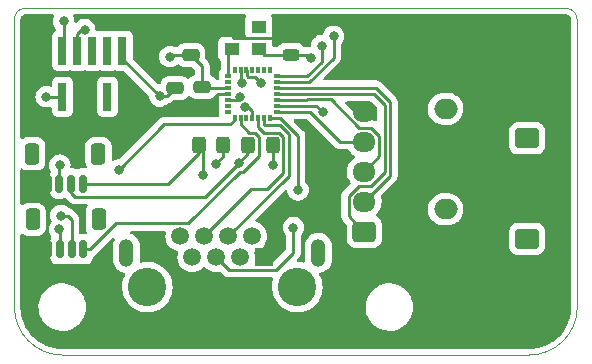
<source format=gbr>
G04 #@! TF.GenerationSoftware,KiCad,Pcbnew,(6.0.0)*
G04 #@! TF.CreationDate,2022-07-24T22:02:11-05:00*
G04 #@! TF.ProjectId,InputJoyStickSTM32QFN28,496e7075-744a-46f7-9953-7469636b5354,rev?*
G04 #@! TF.SameCoordinates,Original*
G04 #@! TF.FileFunction,Copper,L1,Top*
G04 #@! TF.FilePolarity,Positive*
%FSLAX46Y46*%
G04 Gerber Fmt 4.6, Leading zero omitted, Abs format (unit mm)*
G04 Created by KiCad (PCBNEW (6.0.0)) date 2022-07-24 22:02:11*
%MOMM*%
%LPD*%
G01*
G04 APERTURE LIST*
G04 Aperture macros list*
%AMRoundRect*
0 Rectangle with rounded corners*
0 $1 Rounding radius*
0 $2 $3 $4 $5 $6 $7 $8 $9 X,Y pos of 4 corners*
0 Add a 4 corners polygon primitive as box body*
4,1,4,$2,$3,$4,$5,$6,$7,$8,$9,$2,$3,0*
0 Add four circle primitives for the rounded corners*
1,1,$1+$1,$2,$3*
1,1,$1+$1,$4,$5*
1,1,$1+$1,$6,$7*
1,1,$1+$1,$8,$9*
0 Add four rect primitives between the rounded corners*
20,1,$1+$1,$2,$3,$4,$5,0*
20,1,$1+$1,$4,$5,$6,$7,0*
20,1,$1+$1,$6,$7,$8,$9,0*
20,1,$1+$1,$8,$9,$2,$3,0*%
G04 Aperture macros list end*
G04 #@! TA.AperFunction,Profile*
%ADD10C,0.050000*%
G04 #@! TD*
G04 #@! TA.AperFunction,ComponentPad*
%ADD11RoundRect,0.250000X0.725000X-0.600000X0.725000X0.600000X-0.725000X0.600000X-0.725000X-0.600000X0*%
G04 #@! TD*
G04 #@! TA.AperFunction,ComponentPad*
%ADD12O,1.950000X1.700000*%
G04 #@! TD*
G04 #@! TA.AperFunction,SMDPad,CuDef*
%ADD13R,0.599948X0.299974*%
G04 #@! TD*
G04 #@! TA.AperFunction,SMDPad,CuDef*
%ADD14R,0.299974X0.599948*%
G04 #@! TD*
G04 #@! TA.AperFunction,SMDPad,CuDef*
%ADD15RoundRect,0.249999X-0.325001X-0.450001X0.325001X-0.450001X0.325001X0.450001X-0.325001X0.450001X0*%
G04 #@! TD*
G04 #@! TA.AperFunction,SMDPad,CuDef*
%ADD16RoundRect,0.250000X-0.475000X0.250000X-0.475000X-0.250000X0.475000X-0.250000X0.475000X0.250000X0*%
G04 #@! TD*
G04 #@! TA.AperFunction,SMDPad,CuDef*
%ADD17RoundRect,0.250000X0.475000X-0.250000X0.475000X0.250000X-0.475000X0.250000X-0.475000X-0.250000X0*%
G04 #@! TD*
G04 #@! TA.AperFunction,SMDPad,CuDef*
%ADD18R,0.740000X2.400000*%
G04 #@! TD*
G04 #@! TA.AperFunction,SMDPad,CuDef*
%ADD19RoundRect,0.150000X-0.150000X-0.625000X0.150000X-0.625000X0.150000X0.625000X-0.150000X0.625000X0*%
G04 #@! TD*
G04 #@! TA.AperFunction,SMDPad,CuDef*
%ADD20RoundRect,0.249999X-0.350001X-0.650001X0.350001X-0.650001X0.350001X0.650001X-0.350001X0.650001X0*%
G04 #@! TD*
G04 #@! TA.AperFunction,ComponentPad*
%ADD21O,1.259000X2.362000*%
G04 #@! TD*
G04 #@! TA.AperFunction,ComponentPad*
%ADD22R,1.500000X1.500000*%
G04 #@! TD*
G04 #@! TA.AperFunction,ComponentPad*
%ADD23C,1.500000*%
G04 #@! TD*
G04 #@! TA.AperFunction,WasherPad*
%ADD24C,3.250000*%
G04 #@! TD*
G04 #@! TA.AperFunction,SMDPad,CuDef*
%ADD25RoundRect,0.243750X-0.456250X0.243750X-0.456250X-0.243750X0.456250X-0.243750X0.456250X0.243750X0*%
G04 #@! TD*
G04 #@! TA.AperFunction,SMDPad,CuDef*
%ADD26R,1.300000X1.100000*%
G04 #@! TD*
G04 #@! TA.AperFunction,ComponentPad*
%ADD27O,2.000000X1.700000*%
G04 #@! TD*
G04 #@! TA.AperFunction,ComponentPad*
%ADD28RoundRect,0.250000X0.750000X-0.600000X0.750000X0.600000X-0.750000X0.600000X-0.750000X-0.600000X0*%
G04 #@! TD*
G04 #@! TA.AperFunction,ViaPad*
%ADD29C,0.800000*%
G04 #@! TD*
G04 #@! TA.AperFunction,Conductor*
%ADD30C,0.250000*%
G04 #@! TD*
G04 APERTURE END LIST*
D10*
X180239940Y-86360000D02*
G75*
G03*
X179279873Y-85389743I-965162J5095D01*
G01*
X133489685Y-85389720D02*
G75*
G03*
X132588000Y-86296602I0J-901700D01*
G01*
X132588000Y-110680500D02*
X132588000Y-86296602D01*
X132588000Y-110680500D02*
G75*
G03*
X136652000Y-114744500I4064000J0D01*
G01*
X176153080Y-114744500D02*
X136652000Y-114744500D01*
X180239940Y-86360000D02*
X180250164Y-110667800D01*
X176153080Y-114744500D02*
G75*
G03*
X180250164Y-110670340I22860J4074160D01*
G01*
X179279820Y-85389720D02*
X133489685Y-85389720D01*
D11*
X162200000Y-104300000D03*
D12*
X162200000Y-101760000D03*
X162200000Y-99220000D03*
X162200000Y-96680000D03*
X162200000Y-94140000D03*
D13*
X150693120Y-91130120D03*
X150693120Y-91630500D03*
X150693120Y-92130880D03*
X150693120Y-92631260D03*
X150693120Y-93131640D03*
X150693120Y-93632020D03*
X150693120Y-94132400D03*
D14*
X151236680Y-94675960D03*
X151737060Y-94675960D03*
X152237440Y-94675960D03*
X152737820Y-94675960D03*
X153238200Y-94675960D03*
X153738580Y-94675960D03*
X154238960Y-94675960D03*
D13*
X154782520Y-94132400D03*
X154782520Y-93632020D03*
X154782520Y-93131640D03*
X154782520Y-92631260D03*
X154782520Y-92130880D03*
X154782520Y-91630500D03*
X154782520Y-91130120D03*
D14*
X154238960Y-90586560D03*
X153738580Y-90586560D03*
X153238200Y-90586560D03*
X152737820Y-90586560D03*
X152237440Y-90586560D03*
X151737060Y-90586560D03*
X151236680Y-90586560D03*
D15*
X150277940Y-96931480D03*
X148227940Y-96931480D03*
X152406240Y-96936560D03*
X154456240Y-96936560D03*
D16*
X146192240Y-92123220D03*
X146192240Y-94023220D03*
X148485860Y-92044480D03*
X148485860Y-93944480D03*
D17*
X147510500Y-87439460D03*
X147510500Y-89339460D03*
D18*
X141724380Y-88992160D03*
X141724380Y-92892160D03*
X140454380Y-88992160D03*
X140454380Y-92892160D03*
X139184380Y-88992160D03*
X139184380Y-92892160D03*
X137914380Y-88992160D03*
X137914380Y-92892160D03*
X136644380Y-88992160D03*
X136644380Y-92892160D03*
D19*
X135406000Y-100232600D03*
X136406000Y-100232600D03*
X137406000Y-100232600D03*
X138406000Y-100232600D03*
D20*
X134106000Y-97707600D03*
X139706000Y-97707600D03*
X139731400Y-103270200D03*
X134131400Y-103270200D03*
D19*
X138431400Y-105795200D03*
X137431400Y-105795200D03*
X136431400Y-105795200D03*
X135431400Y-105795200D03*
D21*
X158323280Y-106097070D03*
X142063280Y-106097070D03*
D22*
X153742580Y-106459020D03*
D23*
X152722580Y-104679020D03*
X151712580Y-106459020D03*
X150692580Y-104679020D03*
X149682580Y-106459020D03*
X148662580Y-104679020D03*
X147652580Y-106459020D03*
X146632580Y-104679020D03*
D24*
X156543280Y-108999020D03*
X143843280Y-108999020D03*
D25*
X155989020Y-87426560D03*
X155989020Y-89301560D03*
D26*
X153278220Y-86941620D03*
X150978220Y-86941620D03*
X150978220Y-88841620D03*
X153278220Y-88841620D03*
D27*
X169100000Y-102400000D03*
D28*
X169100000Y-104900000D03*
D27*
X176000000Y-93900000D03*
D28*
X176000000Y-96400000D03*
X169100000Y-96400000D03*
D27*
X169100000Y-93900000D03*
D28*
X176000000Y-104900000D03*
D27*
X176000000Y-102400000D03*
D29*
X158690000Y-94170000D03*
X136433560Y-98666300D03*
X135288020Y-92877640D03*
X136398000Y-104109520D03*
X145755360Y-89491820D03*
X149618700Y-98559620D03*
X154444700Y-98640900D03*
X157700000Y-89600000D03*
X152154022Y-93775984D03*
X156596080Y-100766880D03*
X156208165Y-103954010D03*
X151584660Y-98508820D03*
X151823432Y-91732323D03*
X153466800Y-91754960D03*
X148559520Y-99532440D03*
X141457680Y-99060000D03*
X136519920Y-102933500D03*
X144884140Y-92821760D03*
X151679720Y-92895608D03*
X159605980Y-87774780D03*
X136761220Y-86499700D03*
X138541760Y-87196770D03*
X158610157Y-88543552D03*
D30*
X154782520Y-93632020D02*
X158152020Y-93632020D01*
X160175400Y-96680000D02*
X162200000Y-96680000D01*
X157627800Y-94132400D02*
X160175400Y-96680000D01*
X158152020Y-93632020D02*
X158690000Y-94170000D01*
X154782520Y-94132400D02*
X157627800Y-94132400D01*
X163500010Y-97919990D02*
X162200000Y-99220000D01*
X162811705Y-95504990D02*
X163500010Y-96193295D01*
X159373775Y-93100490D02*
X161778275Y-95504990D01*
X157373806Y-93100490D02*
X159373775Y-93100490D01*
X157342656Y-93131640D02*
X157373806Y-93100490D01*
X161778275Y-95504990D02*
X162811705Y-95504990D01*
X154782520Y-93131640D02*
X157342656Y-93131640D01*
X163500010Y-96193295D02*
X163500010Y-97919990D01*
X155805271Y-99566329D02*
X150692580Y-104679020D01*
X155043323Y-95300445D02*
X155805271Y-96062393D01*
X153764464Y-95300445D02*
X155043323Y-95300445D01*
X153738580Y-95274563D02*
X153764464Y-95300445D01*
X153738580Y-94675960D02*
X153738580Y-95274563D01*
X152612820Y-100728780D02*
X148662580Y-104679020D01*
X154000200Y-100728780D02*
X152612820Y-100728780D01*
X155355760Y-99373220D02*
X154000200Y-100728780D01*
X155018724Y-95911550D02*
X155355760Y-96248586D01*
X153238200Y-94675960D02*
X153238200Y-95409887D01*
X156596080Y-96210376D02*
X156596080Y-100766880D01*
X155061664Y-94675960D02*
X156596080Y-96210376D01*
X153238200Y-95409887D02*
X153739863Y-95911550D01*
X155805271Y-96062393D02*
X155805271Y-99566329D01*
X154238960Y-94675960D02*
X155061664Y-94675960D01*
X153739863Y-95911550D02*
X155018724Y-95911550D01*
X155355760Y-96248586D02*
X155355760Y-99373220D01*
X150978220Y-87741620D02*
X150978220Y-86941620D01*
X151148687Y-87912087D02*
X150978220Y-87741620D01*
X155503493Y-87912087D02*
X151148687Y-87912087D01*
X155989020Y-87426560D02*
X155503493Y-87912087D01*
X149799080Y-92631260D02*
X148485860Y-93944480D01*
X150693120Y-92631260D02*
X149799080Y-92631260D01*
X150480380Y-87439460D02*
X150978220Y-86941620D01*
X147510500Y-87439460D02*
X150480380Y-87439460D01*
X153738160Y-89301560D02*
X153278220Y-88841620D01*
X155989020Y-89301560D02*
X153738160Y-89301560D01*
X136406000Y-100232600D02*
X136406000Y-98693860D01*
X136406000Y-98693860D02*
X136433560Y-98666300D01*
X136644380Y-92892160D02*
X135302540Y-92892160D01*
X135302540Y-92892160D02*
X135288020Y-92877640D01*
X136431400Y-105795200D02*
X136431400Y-104142920D01*
X136431400Y-104142920D02*
X136398000Y-104109520D01*
X148572260Y-92130880D02*
X148485860Y-92044480D01*
X150693120Y-92130880D02*
X148572260Y-92130880D01*
X148485860Y-90314820D02*
X147510500Y-89339460D01*
X148485860Y-92044480D02*
X148485860Y-90314820D01*
X147510500Y-89339460D02*
X145907720Y-89339460D01*
X145907720Y-89339460D02*
X145755360Y-89491820D01*
X150277940Y-96931480D02*
X150277940Y-97900380D01*
X150277940Y-97900380D02*
X149618700Y-98559620D01*
X154456240Y-96936560D02*
X154456240Y-98629360D01*
X154456240Y-98629360D02*
X154444700Y-98640900D01*
X155989020Y-89301560D02*
X157401560Y-89301560D01*
X157401560Y-89301560D02*
X157700000Y-89600000D01*
X152387818Y-93775984D02*
X152154022Y-93775984D01*
X152737820Y-94125986D02*
X152387818Y-93775984D01*
X152737820Y-94675960D02*
X152737820Y-94125986D01*
X156208165Y-106078437D02*
X156208165Y-103954010D01*
X149682580Y-106459020D02*
X150757581Y-107534021D01*
X150757581Y-107534021D02*
X154752581Y-107534021D01*
X154752581Y-107534021D02*
X156208165Y-106078437D01*
X154782520Y-92631260D02*
X163031260Y-92631260D01*
X160899990Y-101273295D02*
X160899990Y-102999990D01*
X162811705Y-100395010D02*
X161778275Y-100395010D01*
X160899990Y-102999990D02*
X162200000Y-104300000D01*
X163950021Y-93550021D02*
X163950021Y-99256694D01*
X163031260Y-92631260D02*
X163950021Y-93550021D01*
X161778275Y-100395010D02*
X160899990Y-101273295D01*
X163950021Y-99256694D02*
X162811705Y-100395010D01*
X164400032Y-93363621D02*
X163167291Y-92130880D01*
X163167291Y-92130880D02*
X154782520Y-92130880D01*
X162200000Y-101760000D02*
X164400032Y-99559968D01*
X164400032Y-99559968D02*
X164400032Y-93363621D01*
X137731010Y-101332610D02*
X137406000Y-101007600D01*
X137406000Y-101007600D02*
X137406000Y-100232600D01*
X148710190Y-101332610D02*
X137731010Y-101332610D01*
X152406240Y-96936560D02*
X152406240Y-97636560D01*
X152406240Y-97636560D02*
X151584660Y-98508820D01*
X151584660Y-98508820D02*
X148710190Y-101332610D01*
X151737060Y-91645951D02*
X151823432Y-91732323D01*
X151737060Y-90586560D02*
X151737060Y-91645951D01*
X138706000Y-100232600D02*
X138406000Y-100232600D01*
X145626820Y-100232600D02*
X138706000Y-100232600D01*
X148227940Y-97631480D02*
X145626820Y-100232600D01*
X148227940Y-96931480D02*
X148227940Y-97631480D01*
X152923375Y-91211535D02*
X153466800Y-91754960D01*
X152262832Y-91146535D02*
X152327832Y-91211535D01*
X152237440Y-90586560D02*
X152262832Y-90586560D01*
X152262832Y-90586560D02*
X152262832Y-91146535D01*
X152327832Y-91211535D02*
X152923375Y-91211535D01*
X148559520Y-97263060D02*
X148227940Y-96931480D01*
X148559520Y-99532440D02*
X148559520Y-97263060D01*
X145291746Y-95225934D02*
X141457680Y-99060000D01*
X151236680Y-94675960D02*
X151236680Y-94825947D01*
X150836693Y-95225934D02*
X145291746Y-95225934D01*
X151236680Y-94825947D02*
X150836693Y-95225934D01*
X137431400Y-105020200D02*
X137431400Y-105795200D01*
X137431400Y-103279295D02*
X137431400Y-105020200D01*
X137085605Y-102933500D02*
X137431400Y-103279295D01*
X136519920Y-102933500D02*
X137085605Y-102933500D01*
X151932661Y-99233821D02*
X151697169Y-99233821D01*
X153306250Y-96248380D02*
X153306250Y-97860232D01*
X151697169Y-99233821D02*
X147326971Y-103604019D01*
X153306250Y-97860232D02*
X151932661Y-99233821D01*
X138731400Y-105795200D02*
X138431400Y-105795200D01*
X151737060Y-95225934D02*
X152422676Y-95911550D01*
X141210771Y-103604019D02*
X139019590Y-105795200D01*
X152969420Y-95911550D02*
X153306250Y-96248380D01*
X139019590Y-105795200D02*
X138731400Y-105795200D01*
X152422676Y-95911550D02*
X152969420Y-95911550D01*
X151737060Y-94675960D02*
X151737060Y-95225934D01*
X147326971Y-103604019D02*
X141210771Y-103604019D01*
X145493700Y-92821760D02*
X146192240Y-92123220D01*
X144884140Y-92821760D02*
X145493700Y-92821760D01*
X141724380Y-89662000D02*
X141724380Y-88992160D01*
X144884140Y-92821760D02*
X141724380Y-89662000D01*
X150693120Y-93131640D02*
X151443688Y-93131640D01*
X151443688Y-93131640D02*
X151679720Y-92895608D01*
X136761220Y-88875320D02*
X136644380Y-88992160D01*
X136761220Y-86499700D02*
X136761220Y-88875320D01*
X154782520Y-91630500D02*
X157533335Y-91630500D01*
X159605980Y-89557855D02*
X159605980Y-88340465D01*
X159605980Y-88340465D02*
X159605980Y-87774780D01*
X157533335Y-91630500D02*
X159605980Y-89557855D01*
X137914380Y-87542160D02*
X138259770Y-87196770D01*
X138259770Y-87196770D02*
X138541760Y-87196770D01*
X137914380Y-88992160D02*
X137914380Y-87542160D01*
X157397304Y-91130120D02*
X158610157Y-89917267D01*
X158610157Y-89917267D02*
X158610157Y-88543552D01*
X154782520Y-91130120D02*
X157397304Y-91130120D01*
X150693120Y-89126720D02*
X150978220Y-88841620D01*
X150693120Y-91130120D02*
X150693120Y-89126720D01*
G04 #@! TA.AperFunction,Conductor*
G36*
X135909611Y-85917722D02*
G01*
X135956104Y-85971378D01*
X135966208Y-86041652D01*
X135950609Y-86086720D01*
X135926693Y-86128144D01*
X135867678Y-86309772D01*
X135866988Y-86316333D01*
X135866988Y-86316335D01*
X135862406Y-86359929D01*
X135847716Y-86499700D01*
X135867678Y-86689628D01*
X135926693Y-86871256D01*
X136022180Y-87036644D01*
X136095357Y-87117915D01*
X136126073Y-87181921D01*
X136127720Y-87202224D01*
X136127720Y-87216712D01*
X136107718Y-87284833D01*
X136054062Y-87331326D01*
X136045952Y-87334693D01*
X136036079Y-87338394D01*
X136036076Y-87338396D01*
X136027675Y-87341545D01*
X136020496Y-87346925D01*
X136020493Y-87346927D01*
X136020488Y-87346931D01*
X135911119Y-87428899D01*
X135823765Y-87545455D01*
X135772635Y-87681844D01*
X135765880Y-87744026D01*
X135765880Y-90240294D01*
X135772635Y-90302476D01*
X135823765Y-90438865D01*
X135911119Y-90555421D01*
X136027675Y-90642775D01*
X136164064Y-90693905D01*
X136226246Y-90700660D01*
X137062514Y-90700660D01*
X137124696Y-90693905D01*
X137132092Y-90691133D01*
X137132098Y-90691131D01*
X137235151Y-90652498D01*
X137305958Y-90647315D01*
X137323609Y-90652498D01*
X137426662Y-90691131D01*
X137426668Y-90691133D01*
X137434064Y-90693905D01*
X137496246Y-90700660D01*
X138332514Y-90700660D01*
X138394696Y-90693905D01*
X138402092Y-90691133D01*
X138402098Y-90691131D01*
X138505151Y-90652498D01*
X138575958Y-90647315D01*
X138593609Y-90652498D01*
X138696662Y-90691131D01*
X138696668Y-90691133D01*
X138704064Y-90693905D01*
X138766246Y-90700660D01*
X139602514Y-90700660D01*
X139664696Y-90693905D01*
X139672092Y-90691133D01*
X139672098Y-90691131D01*
X139775151Y-90652498D01*
X139845958Y-90647315D01*
X139863609Y-90652498D01*
X139966662Y-90691131D01*
X139966668Y-90691133D01*
X139974064Y-90693905D01*
X140036246Y-90700660D01*
X140872514Y-90700660D01*
X140934696Y-90693905D01*
X140942092Y-90691133D01*
X140942098Y-90691131D01*
X141045151Y-90652498D01*
X141115958Y-90647315D01*
X141133609Y-90652498D01*
X141236662Y-90691131D01*
X141236668Y-90691133D01*
X141244064Y-90693905D01*
X141306246Y-90700660D01*
X141814946Y-90700660D01*
X141883067Y-90720662D01*
X141904041Y-90737565D01*
X143937018Y-92770542D01*
X143971044Y-92832854D01*
X143973232Y-92846463D01*
X143980874Y-92919168D01*
X143989010Y-92996576D01*
X143990598Y-93011688D01*
X144049613Y-93193316D01*
X144145100Y-93358704D01*
X144149518Y-93363611D01*
X144149519Y-93363612D01*
X144215883Y-93437317D01*
X144272887Y-93500626D01*
X144427388Y-93612878D01*
X144433416Y-93615562D01*
X144433418Y-93615563D01*
X144595821Y-93687869D01*
X144601852Y-93690554D01*
X144671071Y-93705267D01*
X144782196Y-93728888D01*
X144782201Y-93728888D01*
X144788653Y-93730260D01*
X144979627Y-93730260D01*
X144986079Y-93728888D01*
X144986084Y-93728888D01*
X145097209Y-93705267D01*
X145166428Y-93690554D01*
X145172459Y-93687869D01*
X145334862Y-93615563D01*
X145334864Y-93615562D01*
X145340892Y-93612878D01*
X145418481Y-93556506D01*
X145490049Y-93504509D01*
X145490051Y-93504507D01*
X145495393Y-93500626D01*
X145499809Y-93495722D01*
X145499814Y-93495717D01*
X145501225Y-93494149D01*
X145502269Y-93493505D01*
X145504720Y-93491299D01*
X145505123Y-93491747D01*
X145561669Y-93456906D01*
X145577921Y-93454468D01*
X145577835Y-93453923D01*
X145585669Y-93452682D01*
X145593589Y-93452433D01*
X145613043Y-93446781D01*
X145632400Y-93442773D01*
X145644630Y-93441228D01*
X145644631Y-93441228D01*
X145652497Y-93440234D01*
X145659868Y-93437315D01*
X145659870Y-93437315D01*
X145693612Y-93423956D01*
X145704842Y-93420111D01*
X145739683Y-93409989D01*
X145739684Y-93409989D01*
X145747293Y-93407778D01*
X145754112Y-93403745D01*
X145754117Y-93403743D01*
X145764728Y-93397467D01*
X145782476Y-93388772D01*
X145801317Y-93381312D01*
X145837087Y-93355324D01*
X145847007Y-93348808D01*
X145878235Y-93330340D01*
X145878238Y-93330338D01*
X145885062Y-93326302D01*
X145899383Y-93311981D01*
X145914417Y-93299140D01*
X145924393Y-93291892D01*
X145930807Y-93287232D01*
X145958993Y-93253161D01*
X145966982Y-93244382D01*
X146042739Y-93168625D01*
X146105051Y-93134599D01*
X146131834Y-93131720D01*
X146717640Y-93131720D01*
X146720886Y-93131383D01*
X146720890Y-93131383D01*
X146816548Y-93121458D01*
X146816552Y-93121457D01*
X146823406Y-93120746D01*
X146829942Y-93118565D01*
X146829944Y-93118565D01*
X146984238Y-93067088D01*
X146991186Y-93064770D01*
X147141588Y-92971698D01*
X147266545Y-92846523D01*
X147270386Y-92840292D01*
X147274923Y-92834547D01*
X147276851Y-92836070D01*
X147320942Y-92796382D01*
X147391012Y-92784952D01*
X147456139Y-92813220D01*
X147464454Y-92820810D01*
X147537557Y-92893785D01*
X147543787Y-92897625D01*
X147543788Y-92897626D01*
X147680950Y-92982174D01*
X147688122Y-92986595D01*
X147767865Y-93013044D01*
X147849471Y-93040112D01*
X147849473Y-93040112D01*
X147855999Y-93042277D01*
X147862835Y-93042977D01*
X147862838Y-93042978D01*
X147905891Y-93047389D01*
X147960460Y-93052980D01*
X149011260Y-93052980D01*
X149014506Y-93052643D01*
X149014510Y-93052643D01*
X149110168Y-93042718D01*
X149110172Y-93042717D01*
X149117026Y-93042006D01*
X149123562Y-93039825D01*
X149123564Y-93039825D01*
X149264223Y-92992897D01*
X149284806Y-92986030D01*
X149435208Y-92892958D01*
X149526645Y-92801361D01*
X149588926Y-92767283D01*
X149615817Y-92764380D01*
X149762591Y-92764380D01*
X149830712Y-92784382D01*
X149877205Y-92838038D01*
X149887854Y-92903988D01*
X149884646Y-92933519D01*
X149884646Y-93329761D01*
X149885015Y-93333156D01*
X149885015Y-93333160D01*
X149888824Y-93368223D01*
X149888824Y-93395437D01*
X149885753Y-93423712D01*
X149884646Y-93433899D01*
X149884646Y-93830141D01*
X149885015Y-93833536D01*
X149885015Y-93833540D01*
X149888824Y-93868603D01*
X149888824Y-93895816D01*
X149884646Y-93934279D01*
X149884646Y-94330521D01*
X149891401Y-94392703D01*
X149894173Y-94400098D01*
X149894174Y-94400101D01*
X149902461Y-94422206D01*
X149907643Y-94493013D01*
X149873721Y-94555382D01*
X149811465Y-94589510D01*
X149784478Y-94592434D01*
X145370513Y-94592434D01*
X145359330Y-94591907D01*
X145351837Y-94590232D01*
X145343911Y-94590481D01*
X145343910Y-94590481D01*
X145283760Y-94592372D01*
X145279801Y-94592434D01*
X145251890Y-94592434D01*
X145247956Y-94592931D01*
X145247955Y-94592931D01*
X145247890Y-94592939D01*
X145236053Y-94593872D01*
X145204236Y-94594872D01*
X145199775Y-94595012D01*
X145191856Y-94595261D01*
X145174542Y-94600291D01*
X145172404Y-94600912D01*
X145153052Y-94604920D01*
X145145981Y-94605814D01*
X145132949Y-94607460D01*
X145125580Y-94610377D01*
X145125578Y-94610378D01*
X145091843Y-94623734D01*
X145080615Y-94627579D01*
X145038153Y-94639916D01*
X145031330Y-94643951D01*
X145031328Y-94643952D01*
X145020718Y-94650227D01*
X145002970Y-94658922D01*
X144984129Y-94666382D01*
X144977713Y-94671044D01*
X144977712Y-94671044D01*
X144948359Y-94692370D01*
X144938439Y-94698886D01*
X144907211Y-94717354D01*
X144907208Y-94717356D01*
X144900384Y-94721392D01*
X144886063Y-94735713D01*
X144871030Y-94748553D01*
X144854639Y-94760462D01*
X144849588Y-94766568D01*
X144826448Y-94794539D01*
X144818458Y-94803318D01*
X141507180Y-98114595D01*
X141444868Y-98148621D01*
X141418085Y-98151500D01*
X141362193Y-98151500D01*
X141355741Y-98152872D01*
X141355736Y-98152872D01*
X141268792Y-98171353D01*
X141175392Y-98191206D01*
X141001249Y-98268739D01*
X141000928Y-98268882D01*
X141000902Y-98268823D01*
X140934510Y-98284933D01*
X140867417Y-98261715D01*
X140823528Y-98205909D01*
X140814500Y-98159075D01*
X140814499Y-97010467D01*
X140814499Y-97007200D01*
X140803526Y-96901433D01*
X140791920Y-96866647D01*
X140749867Y-96740598D01*
X140749866Y-96740596D01*
X140747550Y-96733654D01*
X140654479Y-96583251D01*
X140529303Y-96458294D01*
X140378739Y-96365485D01*
X140218264Y-96312258D01*
X140217390Y-96311968D01*
X140217388Y-96311968D01*
X140210862Y-96309803D01*
X140204026Y-96309103D01*
X140204023Y-96309102D01*
X140160970Y-96304691D01*
X140106401Y-96299100D01*
X139709088Y-96299100D01*
X139305600Y-96299101D01*
X139199833Y-96310074D01*
X139193286Y-96312258D01*
X139193287Y-96312258D01*
X139038998Y-96363733D01*
X139038996Y-96363734D01*
X139032054Y-96366050D01*
X138881651Y-96459121D01*
X138756694Y-96584297D01*
X138663885Y-96734861D01*
X138608203Y-96902738D01*
X138597500Y-97007199D01*
X138597501Y-98408000D01*
X138608474Y-98513767D01*
X138610658Y-98520313D01*
X138661730Y-98673392D01*
X138664450Y-98681546D01*
X138711018Y-98756800D01*
X138729854Y-98825249D01*
X138708692Y-98893019D01*
X138654251Y-98938590D01*
X138603872Y-98949100D01*
X138189498Y-98949100D01*
X138187050Y-98949293D01*
X138187042Y-98949293D01*
X138158579Y-98951533D01*
X138158574Y-98951534D01*
X138152169Y-98952038D01*
X138052231Y-98981072D01*
X138000012Y-98996243D01*
X138000010Y-98996244D01*
X137992399Y-98998455D01*
X137985576Y-99002490D01*
X137985574Y-99002491D01*
X137970137Y-99011620D01*
X137901321Y-99029078D01*
X137841863Y-99011620D01*
X137826426Y-99002491D01*
X137826424Y-99002490D01*
X137819601Y-98998455D01*
X137811990Y-98996244D01*
X137811988Y-98996243D01*
X137759769Y-98981072D01*
X137659831Y-98952038D01*
X137653426Y-98951534D01*
X137653421Y-98951533D01*
X137624958Y-98949293D01*
X137624950Y-98949293D01*
X137622502Y-98949100D01*
X137457278Y-98949100D01*
X137389157Y-98929098D01*
X137342664Y-98875442D01*
X137331968Y-98809930D01*
X137346374Y-98672865D01*
X137347064Y-98666300D01*
X137330895Y-98512462D01*
X137327792Y-98482935D01*
X137327792Y-98482933D01*
X137327102Y-98476372D01*
X137268087Y-98294744D01*
X137253122Y-98268823D01*
X137185385Y-98151500D01*
X137172600Y-98129356D01*
X137044813Y-97987434D01*
X136890312Y-97875182D01*
X136884284Y-97872498D01*
X136884282Y-97872497D01*
X136721879Y-97800191D01*
X136721878Y-97800191D01*
X136715848Y-97797506D01*
X136622448Y-97777653D01*
X136535504Y-97759172D01*
X136535499Y-97759172D01*
X136529047Y-97757800D01*
X136338073Y-97757800D01*
X136331621Y-97759172D01*
X136331616Y-97759172D01*
X136244672Y-97777653D01*
X136151272Y-97797506D01*
X136145242Y-97800191D01*
X136145241Y-97800191D01*
X135982838Y-97872497D01*
X135982836Y-97872498D01*
X135976808Y-97875182D01*
X135822307Y-97987434D01*
X135694520Y-98129356D01*
X135681735Y-98151500D01*
X135613999Y-98268823D01*
X135599033Y-98294744D01*
X135540018Y-98476372D01*
X135539328Y-98482933D01*
X135539328Y-98482935D01*
X135536225Y-98512462D01*
X135520056Y-98666300D01*
X135520746Y-98672865D01*
X135529568Y-98756797D01*
X135540018Y-98856228D01*
X135599033Y-99037856D01*
X135602336Y-99043578D01*
X135602337Y-99043579D01*
X135675280Y-99169920D01*
X135692018Y-99238915D01*
X135674615Y-99297059D01*
X135646855Y-99343999D01*
X135644644Y-99351610D01*
X135644643Y-99351612D01*
X135634607Y-99386158D01*
X135600438Y-99503769D01*
X135599934Y-99510174D01*
X135599933Y-99510179D01*
X135597751Y-99537911D01*
X135597500Y-99541098D01*
X135597500Y-100924102D01*
X135597693Y-100926550D01*
X135597693Y-100926558D01*
X135599558Y-100950245D01*
X135600438Y-100961431D01*
X135627805Y-101055629D01*
X135639287Y-101095150D01*
X135646855Y-101121201D01*
X135650892Y-101128027D01*
X135727509Y-101257580D01*
X135727511Y-101257583D01*
X135731547Y-101264407D01*
X135849193Y-101382053D01*
X135856017Y-101386089D01*
X135856020Y-101386091D01*
X135948588Y-101440835D01*
X135992399Y-101466745D01*
X136000010Y-101468956D01*
X136000012Y-101468957D01*
X136041080Y-101480888D01*
X136152169Y-101513162D01*
X136158574Y-101513666D01*
X136158579Y-101513667D01*
X136187042Y-101515907D01*
X136187050Y-101515907D01*
X136189498Y-101516100D01*
X136622502Y-101516100D01*
X136624950Y-101515907D01*
X136624958Y-101515907D01*
X136653421Y-101513667D01*
X136653426Y-101513666D01*
X136659831Y-101513162D01*
X136770920Y-101480888D01*
X136811988Y-101468957D01*
X136811990Y-101468956D01*
X136819601Y-101466745D01*
X136826426Y-101462709D01*
X136829431Y-101460932D01*
X136832094Y-101460256D01*
X136833701Y-101459561D01*
X136833813Y-101459820D01*
X136898248Y-101443474D01*
X136965578Y-101465992D01*
X136973846Y-101472272D01*
X136974567Y-101472868D01*
X136983384Y-101480888D01*
X137227353Y-101724857D01*
X137234897Y-101733147D01*
X137239010Y-101739628D01*
X137244787Y-101745053D01*
X137288677Y-101786268D01*
X137291519Y-101789023D01*
X137311241Y-101808745D01*
X137314365Y-101811168D01*
X137314369Y-101811172D01*
X137314434Y-101811222D01*
X137323455Y-101818927D01*
X137355689Y-101849196D01*
X137362637Y-101853015D01*
X137362639Y-101853017D01*
X137373442Y-101858956D01*
X137389969Y-101869812D01*
X137399708Y-101877367D01*
X137399710Y-101877368D01*
X137405970Y-101882224D01*
X137446550Y-101899784D01*
X137457198Y-101905001D01*
X137495950Y-101926305D01*
X137503626Y-101928276D01*
X137503629Y-101928277D01*
X137515572Y-101931343D01*
X137534277Y-101937747D01*
X137552865Y-101945791D01*
X137560688Y-101947030D01*
X137560698Y-101947033D01*
X137596534Y-101952709D01*
X137608154Y-101955115D01*
X137643299Y-101964138D01*
X137650980Y-101966110D01*
X137671234Y-101966110D01*
X137690944Y-101967661D01*
X137710953Y-101970830D01*
X137718845Y-101970084D01*
X137754971Y-101966669D01*
X137766829Y-101966110D01*
X138667851Y-101966110D01*
X138735972Y-101986112D01*
X138782465Y-102039768D01*
X138792569Y-102110042D01*
X138775111Y-102158226D01*
X138698002Y-102283320D01*
X138689285Y-102297461D01*
X138668176Y-102361104D01*
X138636248Y-102457365D01*
X138633603Y-102465338D01*
X138632903Y-102472174D01*
X138632902Y-102472177D01*
X138632253Y-102478515D01*
X138622900Y-102569799D01*
X138622901Y-103970600D01*
X138633874Y-104076367D01*
X138636058Y-104082913D01*
X138687130Y-104235992D01*
X138689850Y-104244146D01*
X138736418Y-104319400D01*
X138755254Y-104387849D01*
X138734092Y-104455619D01*
X138679651Y-104501190D01*
X138629272Y-104511700D01*
X138214898Y-104511700D01*
X138212442Y-104511893D01*
X138212424Y-104511894D01*
X138200789Y-104512810D01*
X138131309Y-104498216D01*
X138080748Y-104448375D01*
X138064900Y-104387199D01*
X138064900Y-103358062D01*
X138065427Y-103346879D01*
X138067102Y-103339386D01*
X138064961Y-103271261D01*
X138064900Y-103267338D01*
X138064900Y-103239439D01*
X138064396Y-103235448D01*
X138063463Y-103223606D01*
X138062826Y-103203317D01*
X138062074Y-103179406D01*
X138059862Y-103171792D01*
X138059861Y-103171787D01*
X138056423Y-103159954D01*
X138052412Y-103140590D01*
X138050867Y-103128359D01*
X138049874Y-103120498D01*
X138046957Y-103113131D01*
X138046956Y-103113126D01*
X138033598Y-103079387D01*
X138029754Y-103068160D01*
X138027632Y-103060856D01*
X138017418Y-103025702D01*
X138007107Y-103008267D01*
X137998412Y-102990519D01*
X137990952Y-102971678D01*
X137964964Y-102935908D01*
X137958448Y-102925988D01*
X137950972Y-102913347D01*
X137935942Y-102887933D01*
X137930336Y-102882326D01*
X137921620Y-102873610D01*
X137908779Y-102858576D01*
X137901531Y-102848600D01*
X137901530Y-102848599D01*
X137896872Y-102842188D01*
X137862807Y-102814007D01*
X137854026Y-102806017D01*
X137589252Y-102541242D01*
X137581718Y-102532963D01*
X137577605Y-102526482D01*
X137527952Y-102479855D01*
X137525111Y-102477101D01*
X137505375Y-102457365D01*
X137502178Y-102454885D01*
X137493156Y-102447180D01*
X137466705Y-102422341D01*
X137460926Y-102416914D01*
X137453980Y-102413095D01*
X137453977Y-102413093D01*
X137443171Y-102407152D01*
X137426652Y-102396301D01*
X137420653Y-102391648D01*
X137410646Y-102383886D01*
X137403377Y-102380741D01*
X137403373Y-102380738D01*
X137370068Y-102366326D01*
X137359418Y-102361109D01*
X137320665Y-102339805D01*
X137301042Y-102334767D01*
X137282339Y-102328363D01*
X137271025Y-102323467D01*
X137271024Y-102323467D01*
X137263750Y-102320319D01*
X137255925Y-102319080D01*
X137255923Y-102319079D01*
X137233417Y-102315514D01*
X137222170Y-102313733D01*
X137158017Y-102283320D01*
X137148249Y-102273599D01*
X137131173Y-102254634D01*
X137102556Y-102233842D01*
X136982014Y-102146263D01*
X136982013Y-102146262D01*
X136976672Y-102142382D01*
X136970644Y-102139698D01*
X136970642Y-102139697D01*
X136808239Y-102067391D01*
X136808238Y-102067391D01*
X136802208Y-102064706D01*
X136708807Y-102044853D01*
X136621864Y-102026372D01*
X136621859Y-102026372D01*
X136615407Y-102025000D01*
X136424433Y-102025000D01*
X136417981Y-102026372D01*
X136417976Y-102026372D01*
X136331033Y-102044853D01*
X136237632Y-102064706D01*
X136231602Y-102067391D01*
X136231601Y-102067391D01*
X136069198Y-102139697D01*
X136069196Y-102139698D01*
X136063168Y-102142382D01*
X136057827Y-102146262D01*
X136057826Y-102146263D01*
X136018794Y-102174622D01*
X135908667Y-102254634D01*
X135904249Y-102259541D01*
X135904245Y-102259545D01*
X135795123Y-102380738D01*
X135780880Y-102396556D01*
X135685393Y-102561944D01*
X135626378Y-102743572D01*
X135625688Y-102750133D01*
X135625688Y-102750135D01*
X135620567Y-102798861D01*
X135606416Y-102933500D01*
X135607106Y-102940065D01*
X135624703Y-103107487D01*
X135626378Y-103123428D01*
X135685393Y-103305056D01*
X135688696Y-103310778D01*
X135688697Y-103310779D01*
X135723402Y-103370890D01*
X135740140Y-103439886D01*
X135716919Y-103506977D01*
X135707920Y-103518200D01*
X135675096Y-103554655D01*
X135658960Y-103572576D01*
X135563473Y-103737964D01*
X135504458Y-103919592D01*
X135503768Y-103926153D01*
X135503768Y-103926155D01*
X135491502Y-104042858D01*
X135484496Y-104109520D01*
X135485186Y-104116085D01*
X135499174Y-104249169D01*
X135504458Y-104299448D01*
X135563473Y-104481076D01*
X135566776Y-104486798D01*
X135566777Y-104486799D01*
X135652794Y-104635784D01*
X135658960Y-104646464D01*
X135663380Y-104651373D01*
X135697908Y-104689721D01*
X135728625Y-104753729D01*
X135719860Y-104824183D01*
X135712725Y-104838169D01*
X135672255Y-104906599D01*
X135670044Y-104914210D01*
X135670043Y-104914212D01*
X135661450Y-104943791D01*
X135625838Y-105066369D01*
X135622900Y-105103698D01*
X135622900Y-106486702D01*
X135625838Y-106524031D01*
X135672255Y-106683801D01*
X135676292Y-106690627D01*
X135752909Y-106820180D01*
X135752911Y-106820183D01*
X135756947Y-106827007D01*
X135874593Y-106944653D01*
X135881417Y-106948689D01*
X135881420Y-106948691D01*
X135966018Y-106998722D01*
X136017799Y-107029345D01*
X136025410Y-107031556D01*
X136025412Y-107031557D01*
X136077631Y-107046728D01*
X136177569Y-107075762D01*
X136183974Y-107076266D01*
X136183979Y-107076267D01*
X136212442Y-107078507D01*
X136212450Y-107078507D01*
X136214898Y-107078700D01*
X136647902Y-107078700D01*
X136650350Y-107078507D01*
X136650358Y-107078507D01*
X136678821Y-107076267D01*
X136678826Y-107076266D01*
X136685231Y-107075762D01*
X136785169Y-107046728D01*
X136837388Y-107031557D01*
X136837390Y-107031556D01*
X136845001Y-107029345D01*
X136851826Y-107025309D01*
X136867263Y-107016180D01*
X136936079Y-106998722D01*
X136995537Y-107016180D01*
X137010974Y-107025309D01*
X137017799Y-107029345D01*
X137025410Y-107031556D01*
X137025412Y-107031557D01*
X137077631Y-107046728D01*
X137177569Y-107075762D01*
X137183974Y-107076266D01*
X137183979Y-107076267D01*
X137212442Y-107078507D01*
X137212450Y-107078507D01*
X137214898Y-107078700D01*
X137647902Y-107078700D01*
X137650350Y-107078507D01*
X137650358Y-107078507D01*
X137678821Y-107076267D01*
X137678826Y-107076266D01*
X137685231Y-107075762D01*
X137785169Y-107046728D01*
X137837388Y-107031557D01*
X137837390Y-107031556D01*
X137845001Y-107029345D01*
X137851826Y-107025309D01*
X137867263Y-107016180D01*
X137936079Y-106998722D01*
X137995537Y-107016180D01*
X138010974Y-107025309D01*
X138017799Y-107029345D01*
X138025410Y-107031556D01*
X138025412Y-107031557D01*
X138077631Y-107046728D01*
X138177569Y-107075762D01*
X138183974Y-107076266D01*
X138183979Y-107076267D01*
X138212442Y-107078507D01*
X138212450Y-107078507D01*
X138214898Y-107078700D01*
X138647902Y-107078700D01*
X138650350Y-107078507D01*
X138650358Y-107078507D01*
X138678821Y-107076267D01*
X138678826Y-107076266D01*
X138685231Y-107075762D01*
X138785169Y-107046728D01*
X138837388Y-107031557D01*
X138837390Y-107031556D01*
X138845001Y-107029345D01*
X138896782Y-106998722D01*
X138981380Y-106948691D01*
X138981383Y-106948689D01*
X138988207Y-106944653D01*
X139105853Y-106827007D01*
X139109889Y-106820183D01*
X139109891Y-106820180D01*
X139186508Y-106690627D01*
X139190545Y-106683801D01*
X139236962Y-106524031D01*
X139239900Y-106486702D01*
X139239900Y-106474948D01*
X139259902Y-106406827D01*
X139313557Y-106362699D01*
X139312891Y-106361487D01*
X139319344Y-106357940D01*
X139319519Y-106357796D01*
X139327207Y-106354752D01*
X139362977Y-106328764D01*
X139372897Y-106322248D01*
X139404125Y-106303780D01*
X139404128Y-106303778D01*
X139410952Y-106299742D01*
X139425273Y-106285421D01*
X139440307Y-106272580D01*
X139450284Y-106265331D01*
X139456697Y-106260672D01*
X139484888Y-106226595D01*
X139492878Y-106217816D01*
X140869586Y-104841109D01*
X140931898Y-104807083D01*
X141002714Y-104812148D01*
X141059549Y-104854695D01*
X141084360Y-104921215D01*
X141070190Y-104988869D01*
X141007401Y-105108211D01*
X140945380Y-105307953D01*
X140944701Y-105313690D01*
X140937522Y-105374348D01*
X140925280Y-105477776D01*
X140925280Y-106701623D01*
X140939543Y-106856842D01*
X140941110Y-106862397D01*
X140941110Y-106862399D01*
X140954095Y-106908442D01*
X140996314Y-107058140D01*
X141088819Y-107245721D01*
X141213958Y-107413303D01*
X141218192Y-107417217D01*
X141218194Y-107417219D01*
X141242982Y-107440132D01*
X141367542Y-107555274D01*
X141415020Y-107585230D01*
X141539542Y-107663798D01*
X141539547Y-107663800D01*
X141544426Y-107666879D01*
X141577595Y-107680112D01*
X141695993Y-107727348D01*
X141738686Y-107744381D01*
X141744343Y-107745506D01*
X141744349Y-107745508D01*
X141837247Y-107763986D01*
X141893692Y-107775214D01*
X141956601Y-107808120D01*
X141991733Y-107869815D01*
X141987933Y-107940710D01*
X141980466Y-107957749D01*
X141951409Y-108012629D01*
X141901751Y-108106417D01*
X141889677Y-108129220D01*
X141888205Y-108133243D01*
X141888203Y-108133247D01*
X141822989Y-108311453D01*
X141789706Y-108402402D01*
X141727736Y-108686624D01*
X141726055Y-108707981D01*
X141710922Y-108900269D01*
X141704912Y-108976626D01*
X141721658Y-109267043D01*
X141722483Y-109271248D01*
X141722484Y-109271256D01*
X141754639Y-109435152D01*
X141777662Y-109552501D01*
X141779049Y-109556552D01*
X141779050Y-109556556D01*
X141870500Y-109823661D01*
X141870504Y-109823670D01*
X141871889Y-109827716D01*
X142002596Y-110087597D01*
X142167363Y-110327335D01*
X142363142Y-110542493D01*
X142366431Y-110545243D01*
X142583018Y-110726339D01*
X142583023Y-110726343D01*
X142586310Y-110729091D01*
X142651338Y-110769883D01*
X142829097Y-110881391D01*
X142829101Y-110881393D01*
X142832737Y-110883674D01*
X143097864Y-111003383D01*
X143157797Y-111021136D01*
X143372671Y-111084785D01*
X143372676Y-111084786D01*
X143376784Y-111086003D01*
X143381018Y-111086651D01*
X143381023Y-111086652D01*
X143636915Y-111125809D01*
X143664336Y-111130005D01*
X143812456Y-111132332D01*
X143950909Y-111134507D01*
X143950915Y-111134507D01*
X143955200Y-111134574D01*
X144243992Y-111099627D01*
X144525370Y-111025809D01*
X144794126Y-110914486D01*
X145045287Y-110767719D01*
X145274206Y-110588224D01*
X145315858Y-110545243D01*
X145473663Y-110382400D01*
X145476646Y-110379322D01*
X145648863Y-110144878D01*
X145787668Y-109889230D01*
X145890493Y-109617110D01*
X145931418Y-109438424D01*
X145954480Y-109337733D01*
X145954481Y-109337728D01*
X145955437Y-109333553D01*
X145981296Y-109043805D01*
X145981765Y-108999020D01*
X145980238Y-108976626D01*
X145962271Y-108713071D01*
X145962270Y-108713065D01*
X145961979Y-108708794D01*
X145953969Y-108670112D01*
X145903858Y-108428136D01*
X145902989Y-108423939D01*
X145805885Y-108149725D01*
X145672464Y-107891227D01*
X145659045Y-107872133D01*
X145569259Y-107744381D01*
X145505195Y-107653228D01*
X145307174Y-107440132D01*
X145303858Y-107437418D01*
X145303855Y-107437415D01*
X145151730Y-107312902D01*
X145082064Y-107255881D01*
X144834032Y-107103887D01*
X144830115Y-107102168D01*
X144830112Y-107102166D01*
X144664220Y-107029345D01*
X144567666Y-106986961D01*
X144563538Y-106985785D01*
X144563535Y-106985784D01*
X144477367Y-106961238D01*
X144287896Y-106907266D01*
X144283654Y-106906662D01*
X144283648Y-106906661D01*
X144004150Y-106866883D01*
X143999899Y-106866278D01*
X143846512Y-106865475D01*
X143713289Y-106864777D01*
X143713283Y-106864777D01*
X143709003Y-106864755D01*
X143704759Y-106865314D01*
X143704755Y-106865314D01*
X143603916Y-106878590D01*
X143420593Y-106902725D01*
X143416453Y-106903858D01*
X143416451Y-106903858D01*
X143351498Y-106921627D01*
X143280513Y-106920309D01*
X143221510Y-106880823D01*
X143193221Y-106815706D01*
X143193123Y-106785283D01*
X143200844Y-106720051D01*
X143200844Y-106720044D01*
X143201280Y-106716364D01*
X143201280Y-105492517D01*
X143190897Y-105379521D01*
X143187546Y-105343052D01*
X143187545Y-105343049D01*
X143187017Y-105337298D01*
X143130246Y-105136000D01*
X143037741Y-104948419D01*
X142912602Y-104780837D01*
X142888835Y-104758867D01*
X142763258Y-104642785D01*
X142763255Y-104642783D01*
X142759018Y-104638866D01*
X142709938Y-104607899D01*
X142587018Y-104530342D01*
X142587013Y-104530340D01*
X142582134Y-104527261D01*
X142504708Y-104496371D01*
X142465050Y-104480549D01*
X142409190Y-104436728D01*
X142385890Y-104369664D01*
X142402546Y-104300649D01*
X142453870Y-104251594D01*
X142511740Y-104237519D01*
X145283778Y-104237519D01*
X145351899Y-104257521D01*
X145398392Y-104311177D01*
X145408496Y-104381451D01*
X145405484Y-104396131D01*
X145389890Y-104454328D01*
X145389889Y-104454337D01*
X145388465Y-104459649D01*
X145369273Y-104679020D01*
X145388465Y-104898391D01*
X145445460Y-105111096D01*
X145447785Y-105116081D01*
X145536198Y-105305686D01*
X145536201Y-105305691D01*
X145538524Y-105310673D01*
X145541680Y-105315180D01*
X145541681Y-105315182D01*
X145658133Y-105481492D01*
X145664831Y-105491058D01*
X145820542Y-105646769D01*
X145825051Y-105649926D01*
X145825053Y-105649928D01*
X145841421Y-105661389D01*
X146000926Y-105773076D01*
X146200504Y-105866140D01*
X146205816Y-105867563D01*
X146205815Y-105867563D01*
X146366205Y-105910540D01*
X146426827Y-105947492D01*
X146457849Y-106011353D01*
X146455300Y-106064858D01*
X146409888Y-106234336D01*
X146409887Y-106234343D01*
X146408465Y-106239649D01*
X146389273Y-106459020D01*
X146408465Y-106678391D01*
X146465460Y-106891096D01*
X146490434Y-106944653D01*
X146556198Y-107085686D01*
X146556201Y-107085691D01*
X146558524Y-107090673D01*
X146561680Y-107095180D01*
X146561681Y-107095182D01*
X146681224Y-107265906D01*
X146684831Y-107271058D01*
X146840542Y-107426769D01*
X146845051Y-107429926D01*
X146845053Y-107429928D01*
X146859626Y-107440132D01*
X147020926Y-107553076D01*
X147220504Y-107646140D01*
X147433209Y-107703135D01*
X147652580Y-107722327D01*
X147871951Y-107703135D01*
X148084656Y-107646140D01*
X148284234Y-107553076D01*
X148445534Y-107440132D01*
X148460107Y-107429928D01*
X148460109Y-107429926D01*
X148464618Y-107426769D01*
X148578485Y-107312902D01*
X148640797Y-107278876D01*
X148711612Y-107283941D01*
X148756675Y-107312902D01*
X148870542Y-107426769D01*
X148875051Y-107429926D01*
X148875053Y-107429928D01*
X148889626Y-107440132D01*
X149050926Y-107553076D01*
X149250504Y-107646140D01*
X149463209Y-107703135D01*
X149682580Y-107722327D01*
X149901951Y-107703135D01*
X149917136Y-107699066D01*
X149933297Y-107694736D01*
X150004274Y-107696426D01*
X150055003Y-107727348D01*
X150253929Y-107926274D01*
X150261469Y-107934560D01*
X150265581Y-107941039D01*
X150271358Y-107946464D01*
X150315232Y-107987664D01*
X150318074Y-107990419D01*
X150337811Y-108010156D01*
X150341008Y-108012636D01*
X150350028Y-108020339D01*
X150382260Y-108050607D01*
X150389206Y-108054426D01*
X150389209Y-108054428D01*
X150400015Y-108060369D01*
X150416534Y-108071220D01*
X150432540Y-108083635D01*
X150439809Y-108086780D01*
X150439813Y-108086783D01*
X150473118Y-108101195D01*
X150483768Y-108106412D01*
X150522521Y-108127716D01*
X150530196Y-108129687D01*
X150530197Y-108129687D01*
X150542143Y-108132754D01*
X150560848Y-108139158D01*
X150579436Y-108147202D01*
X150587259Y-108148441D01*
X150587269Y-108148444D01*
X150623105Y-108154120D01*
X150634725Y-108156526D01*
X150669870Y-108165549D01*
X150677551Y-108167521D01*
X150697805Y-108167521D01*
X150717515Y-108169072D01*
X150737524Y-108172241D01*
X150745416Y-108171495D01*
X150781542Y-108168080D01*
X150793400Y-108167521D01*
X154395379Y-108167521D01*
X154463500Y-108187523D01*
X154509993Y-108241179D01*
X154520097Y-108311453D01*
X154513705Y-108336822D01*
X154489706Y-108402402D01*
X154427736Y-108686624D01*
X154426055Y-108707981D01*
X154410922Y-108900269D01*
X154404912Y-108976626D01*
X154421658Y-109267043D01*
X154422483Y-109271248D01*
X154422484Y-109271256D01*
X154454639Y-109435152D01*
X154477662Y-109552501D01*
X154479049Y-109556552D01*
X154479050Y-109556556D01*
X154570500Y-109823661D01*
X154570504Y-109823670D01*
X154571889Y-109827716D01*
X154702596Y-110087597D01*
X154867363Y-110327335D01*
X155063142Y-110542493D01*
X155066431Y-110545243D01*
X155283018Y-110726339D01*
X155283023Y-110726343D01*
X155286310Y-110729091D01*
X155351338Y-110769883D01*
X155529097Y-110881391D01*
X155529101Y-110881393D01*
X155532737Y-110883674D01*
X155797864Y-111003383D01*
X155857797Y-111021136D01*
X156072671Y-111084785D01*
X156072676Y-111084786D01*
X156076784Y-111086003D01*
X156081018Y-111086651D01*
X156081023Y-111086652D01*
X156336915Y-111125809D01*
X156364336Y-111130005D01*
X156512456Y-111132332D01*
X156650909Y-111134507D01*
X156650915Y-111134507D01*
X156655200Y-111134574D01*
X156943992Y-111099627D01*
X157225370Y-111025809D01*
X157494126Y-110914486D01*
X157745287Y-110767719D01*
X157949325Y-110607733D01*
X162325822Y-110607733D01*
X162325975Y-110612121D01*
X162325975Y-110612127D01*
X162335458Y-110883674D01*
X162335625Y-110888458D01*
X162336387Y-110892781D01*
X162336388Y-110892788D01*
X162367370Y-111068494D01*
X162384402Y-111165087D01*
X162471203Y-111432235D01*
X162473131Y-111436188D01*
X162473133Y-111436193D01*
X162492147Y-111475176D01*
X162594340Y-111684702D01*
X162596795Y-111688341D01*
X162596798Y-111688347D01*
X162614774Y-111714997D01*
X162751415Y-111917576D01*
X162939371Y-112126322D01*
X163154550Y-112306879D01*
X163392764Y-112455731D01*
X163649375Y-112569982D01*
X163919390Y-112647407D01*
X163923740Y-112648018D01*
X163923743Y-112648019D01*
X164016700Y-112661083D01*
X164197552Y-112686500D01*
X164408146Y-112686500D01*
X164410332Y-112686347D01*
X164410336Y-112686347D01*
X164613827Y-112672118D01*
X164613832Y-112672117D01*
X164618212Y-112671811D01*
X164892970Y-112613409D01*
X164897099Y-112611906D01*
X164897103Y-112611905D01*
X165152781Y-112518846D01*
X165152785Y-112518844D01*
X165156926Y-112517337D01*
X165404942Y-112385464D01*
X165408503Y-112382877D01*
X165628629Y-112222947D01*
X165628632Y-112222944D01*
X165632192Y-112220358D01*
X165834252Y-112025231D01*
X166007188Y-111803882D01*
X166009384Y-111800078D01*
X166009389Y-111800071D01*
X166145435Y-111564431D01*
X166147636Y-111560619D01*
X166252862Y-111300176D01*
X166286544Y-111165087D01*
X166319753Y-111031893D01*
X166319754Y-111031888D01*
X166320817Y-111027624D01*
X166323551Y-111001616D01*
X166349719Y-110752636D01*
X166349719Y-110752633D01*
X166350178Y-110748267D01*
X166350025Y-110743873D01*
X166340529Y-110471939D01*
X166340528Y-110471933D01*
X166340375Y-110467542D01*
X166324820Y-110379322D01*
X166292360Y-110195236D01*
X166291598Y-110190913D01*
X166204797Y-109923765D01*
X166185994Y-109885212D01*
X166140320Y-109791569D01*
X166081660Y-109671298D01*
X166079205Y-109667659D01*
X166079202Y-109667653D01*
X165998693Y-109548294D01*
X165924585Y-109438424D01*
X165736629Y-109229678D01*
X165521450Y-109049121D01*
X165283236Y-108900269D01*
X165026625Y-108786018D01*
X164756610Y-108708593D01*
X164752260Y-108707982D01*
X164752257Y-108707981D01*
X164649310Y-108693513D01*
X164478448Y-108669500D01*
X164267854Y-108669500D01*
X164265668Y-108669653D01*
X164265664Y-108669653D01*
X164062173Y-108683882D01*
X164062168Y-108683883D01*
X164057788Y-108684189D01*
X163783030Y-108742591D01*
X163778901Y-108744094D01*
X163778897Y-108744095D01*
X163523219Y-108837154D01*
X163523215Y-108837156D01*
X163519074Y-108838663D01*
X163271058Y-108970536D01*
X163267499Y-108973122D01*
X163267497Y-108973123D01*
X163162895Y-109049121D01*
X163043808Y-109135642D01*
X162841748Y-109330769D01*
X162757639Y-109438424D01*
X162671800Y-109548294D01*
X162668812Y-109552118D01*
X162666616Y-109555922D01*
X162666611Y-109555929D01*
X162552794Y-109753067D01*
X162528364Y-109795381D01*
X162423138Y-110055824D01*
X162422073Y-110060097D01*
X162422072Y-110060099D01*
X162388379Y-110195236D01*
X162355183Y-110328376D01*
X162354724Y-110332744D01*
X162354723Y-110332749D01*
X162327872Y-110588224D01*
X162325822Y-110607733D01*
X157949325Y-110607733D01*
X157974206Y-110588224D01*
X158015858Y-110545243D01*
X158173663Y-110382400D01*
X158176646Y-110379322D01*
X158348863Y-110144878D01*
X158487668Y-109889230D01*
X158590493Y-109617110D01*
X158631418Y-109438424D01*
X158654480Y-109337733D01*
X158654481Y-109337728D01*
X158655437Y-109333553D01*
X158681296Y-109043805D01*
X158681765Y-108999020D01*
X158680238Y-108976626D01*
X158662271Y-108713071D01*
X158662270Y-108713065D01*
X158661979Y-108708794D01*
X158653969Y-108670112D01*
X158603858Y-108428136D01*
X158602989Y-108423939D01*
X158505885Y-108149725D01*
X158473398Y-108086783D01*
X158405674Y-107955569D01*
X158392205Y-107885861D01*
X158418560Y-107819938D01*
X158476373Y-107778728D01*
X158496301Y-107773599D01*
X158619078Y-107752502D01*
X158815300Y-107680112D01*
X158837543Y-107666879D01*
X158990077Y-107576131D01*
X158990080Y-107576129D01*
X158995045Y-107573175D01*
X159152292Y-107435273D01*
X159281776Y-107271024D01*
X159297814Y-107240542D01*
X159376467Y-107091046D01*
X159376468Y-107091044D01*
X159379159Y-107085929D01*
X159441180Y-106886187D01*
X159443586Y-106865861D01*
X159460844Y-106720051D01*
X159460844Y-106720044D01*
X159461280Y-106716364D01*
X159461280Y-105492517D01*
X159450897Y-105379521D01*
X159447546Y-105343052D01*
X159447545Y-105343049D01*
X159447017Y-105337298D01*
X159390246Y-105136000D01*
X159297741Y-104948419D01*
X159172602Y-104780837D01*
X159148835Y-104758867D01*
X159023258Y-104642785D01*
X159023255Y-104642783D01*
X159019018Y-104638866D01*
X158969938Y-104607899D01*
X158847018Y-104530342D01*
X158847013Y-104530340D01*
X158842134Y-104527261D01*
X158647874Y-104449759D01*
X158642214Y-104448633D01*
X158642210Y-104448632D01*
X158448410Y-104410083D01*
X158448408Y-104410083D01*
X158442743Y-104408956D01*
X158436968Y-104408880D01*
X158436964Y-104408880D01*
X158332125Y-104407508D01*
X158233611Y-104406218D01*
X158227914Y-104407197D01*
X158227913Y-104407197D01*
X158056056Y-104436728D01*
X158027482Y-104441638D01*
X157831260Y-104514028D01*
X157826299Y-104516980D01*
X157826298Y-104516980D01*
X157656483Y-104618009D01*
X157656480Y-104618011D01*
X157651515Y-104620965D01*
X157494268Y-104758867D01*
X157364784Y-104923116D01*
X157362093Y-104928232D01*
X157362091Y-104928234D01*
X157270093Y-105103094D01*
X157267401Y-105108211D01*
X157205380Y-105307953D01*
X157204701Y-105313690D01*
X157197522Y-105374348D01*
X157185280Y-105477776D01*
X157185280Y-106701623D01*
X157187086Y-106721279D01*
X157193167Y-106787457D01*
X157179482Y-106857122D01*
X157130306Y-106908329D01*
X157061251Y-106924821D01*
X157033181Y-106920166D01*
X156987896Y-106907266D01*
X156983654Y-106906662D01*
X156983648Y-106906661D01*
X156704150Y-106866883D01*
X156699899Y-106866278D01*
X156620173Y-106865861D01*
X156552159Y-106845503D01*
X156505947Y-106791605D01*
X156496211Y-106721279D01*
X156526041Y-106656854D01*
X156531738Y-106650768D01*
X156600412Y-106582094D01*
X156608702Y-106574550D01*
X156615183Y-106570437D01*
X156661824Y-106520769D01*
X156664578Y-106517928D01*
X156684300Y-106498206D01*
X156686777Y-106495013D01*
X156694482Y-106485992D01*
X156704853Y-106474948D01*
X156724751Y-106453758D01*
X156728572Y-106446808D01*
X156734511Y-106436005D01*
X156745367Y-106419478D01*
X156752922Y-106409739D01*
X156752923Y-106409737D01*
X156757779Y-106403477D01*
X156775339Y-106362897D01*
X156780556Y-106352249D01*
X156798040Y-106320446D01*
X156798041Y-106320444D01*
X156801860Y-106313497D01*
X156806898Y-106293874D01*
X156813302Y-106275171D01*
X156818198Y-106263857D01*
X156818198Y-106263856D01*
X156821346Y-106256582D01*
X156822585Y-106248759D01*
X156822588Y-106248749D01*
X156828264Y-106212913D01*
X156830670Y-106201293D01*
X156839693Y-106166148D01*
X156839693Y-106166147D01*
X156841665Y-106158467D01*
X156841665Y-106138213D01*
X156843216Y-106118502D01*
X156845145Y-106106323D01*
X156846385Y-106098494D01*
X156842224Y-106054475D01*
X156841665Y-106042618D01*
X156841665Y-104656534D01*
X156861667Y-104588413D01*
X156874023Y-104572231D01*
X156947205Y-104490954D01*
X157042692Y-104325566D01*
X157101707Y-104143938D01*
X157104635Y-104116085D01*
X157120979Y-103960575D01*
X157121669Y-103954010D01*
X157107744Y-103821517D01*
X157102397Y-103770645D01*
X157102397Y-103770643D01*
X157101707Y-103764082D01*
X157042692Y-103582454D01*
X156947205Y-103417066D01*
X156925694Y-103393175D01*
X156823840Y-103280055D01*
X156823839Y-103280054D01*
X156819418Y-103275144D01*
X156698554Y-103187331D01*
X156670259Y-103166773D01*
X156670258Y-103166772D01*
X156664917Y-103162892D01*
X156658889Y-103160208D01*
X156658887Y-103160207D01*
X156496484Y-103087901D01*
X156496483Y-103087901D01*
X156490453Y-103085216D01*
X156397052Y-103065363D01*
X156310109Y-103046882D01*
X156310104Y-103046882D01*
X156303652Y-103045510D01*
X156112678Y-103045510D01*
X156106226Y-103046882D01*
X156106221Y-103046882D01*
X156019278Y-103065363D01*
X155925877Y-103085216D01*
X155919847Y-103087901D01*
X155919846Y-103087901D01*
X155757443Y-103160207D01*
X155757441Y-103160208D01*
X155751413Y-103162892D01*
X155746072Y-103166772D01*
X155746071Y-103166773D01*
X155717776Y-103187331D01*
X155596912Y-103275144D01*
X155592491Y-103280054D01*
X155592490Y-103280055D01*
X155490637Y-103393175D01*
X155469125Y-103417066D01*
X155373638Y-103582454D01*
X155314623Y-103764082D01*
X155313933Y-103770643D01*
X155313933Y-103770645D01*
X155308586Y-103821517D01*
X155294661Y-103954010D01*
X155295351Y-103960575D01*
X155311696Y-104116085D01*
X155314623Y-104143938D01*
X155373638Y-104325566D01*
X155469125Y-104490954D01*
X155542302Y-104572225D01*
X155573018Y-104636231D01*
X155574665Y-104656534D01*
X155574665Y-105763843D01*
X155554663Y-105831964D01*
X155537760Y-105852938D01*
X154527081Y-106863616D01*
X154464769Y-106897642D01*
X154437986Y-106900521D01*
X153061382Y-106900521D01*
X152993261Y-106880519D01*
X152946768Y-106826863D01*
X152936664Y-106756589D01*
X152939676Y-106741909D01*
X152955270Y-106683712D01*
X152955272Y-106683701D01*
X152956695Y-106678391D01*
X152975887Y-106459020D01*
X152956695Y-106239649D01*
X152955273Y-106234343D01*
X152955272Y-106234336D01*
X152909190Y-106062358D01*
X152910880Y-105991382D01*
X152950674Y-105932586D01*
X152998285Y-105908040D01*
X153149345Y-105867563D01*
X153149344Y-105867563D01*
X153154656Y-105866140D01*
X153354234Y-105773076D01*
X153513739Y-105661389D01*
X153530107Y-105649928D01*
X153530109Y-105649926D01*
X153534618Y-105646769D01*
X153690329Y-105491058D01*
X153697028Y-105481492D01*
X153813479Y-105315182D01*
X153813480Y-105315180D01*
X153816636Y-105310673D01*
X153818959Y-105305691D01*
X153818962Y-105305686D01*
X153907375Y-105116081D01*
X153909700Y-105111096D01*
X153966695Y-104898391D01*
X153985887Y-104679020D01*
X153966695Y-104459649D01*
X153909700Y-104246944D01*
X153858607Y-104137375D01*
X153818962Y-104052354D01*
X153818959Y-104052349D01*
X153816636Y-104047367D01*
X153813479Y-104042858D01*
X153693488Y-103871493D01*
X153693486Y-103871490D01*
X153690329Y-103866982D01*
X153534618Y-103711271D01*
X153500446Y-103687343D01*
X153455339Y-103655759D01*
X153354234Y-103584964D01*
X153154656Y-103491900D01*
X153066508Y-103468281D01*
X153005886Y-103431329D01*
X152974865Y-103367469D01*
X152983293Y-103296974D01*
X153010025Y-103257479D01*
X155478479Y-100789026D01*
X155540791Y-100755000D01*
X155611607Y-100760065D01*
X155668442Y-100802612D01*
X155692883Y-100864949D01*
X155698841Y-100921633D01*
X155699101Y-100924102D01*
X155702538Y-100956808D01*
X155761553Y-101138436D01*
X155857040Y-101303824D01*
X155861458Y-101308731D01*
X155861459Y-101308732D01*
X155960896Y-101419168D01*
X155984827Y-101445746D01*
X156139328Y-101557998D01*
X156145356Y-101560682D01*
X156145358Y-101560683D01*
X156219835Y-101593842D01*
X156313792Y-101635674D01*
X156407192Y-101655527D01*
X156494136Y-101674008D01*
X156494141Y-101674008D01*
X156500593Y-101675380D01*
X156691567Y-101675380D01*
X156698019Y-101674008D01*
X156698024Y-101674008D01*
X156784968Y-101655527D01*
X156878368Y-101635674D01*
X156972325Y-101593842D01*
X157046802Y-101560683D01*
X157046804Y-101560682D01*
X157052832Y-101557998D01*
X157207333Y-101445746D01*
X157231264Y-101419168D01*
X157330701Y-101308732D01*
X157330702Y-101308731D01*
X157335120Y-101303824D01*
X157430607Y-101138436D01*
X157489622Y-100956808D01*
X157492204Y-100932248D01*
X157508894Y-100773445D01*
X157509584Y-100766880D01*
X157497191Y-100648968D01*
X157490312Y-100583515D01*
X157490312Y-100583513D01*
X157489622Y-100576952D01*
X157430607Y-100395324D01*
X157335120Y-100229936D01*
X157261943Y-100148665D01*
X157231227Y-100084659D01*
X157229580Y-100064356D01*
X157229580Y-96289143D01*
X157230107Y-96277960D01*
X157231782Y-96270467D01*
X157229642Y-96202376D01*
X157229580Y-96198419D01*
X157229580Y-96170520D01*
X157229076Y-96166529D01*
X157228143Y-96154687D01*
X157227003Y-96118412D01*
X157226754Y-96110487D01*
X157224542Y-96102873D01*
X157224541Y-96102868D01*
X157221103Y-96091035D01*
X157217092Y-96071671D01*
X157215547Y-96059440D01*
X157214554Y-96051579D01*
X157211637Y-96044212D01*
X157211636Y-96044207D01*
X157198278Y-96010468D01*
X157194434Y-95999241D01*
X157188148Y-95977606D01*
X157182098Y-95956783D01*
X157171787Y-95939348D01*
X157163092Y-95921600D01*
X157155632Y-95902759D01*
X157140677Y-95882174D01*
X157129644Y-95866989D01*
X157123128Y-95857069D01*
X157104660Y-95825841D01*
X157104658Y-95825838D01*
X157100622Y-95819014D01*
X157086301Y-95804693D01*
X157073460Y-95789659D01*
X157066211Y-95779682D01*
X157061552Y-95773269D01*
X157055448Y-95768219D01*
X157055443Y-95768214D01*
X157027482Y-95745083D01*
X157018701Y-95737093D01*
X156262604Y-94980995D01*
X156228579Y-94918683D01*
X156233644Y-94847867D01*
X156276191Y-94791032D01*
X156342711Y-94766221D01*
X156351700Y-94765900D01*
X157313206Y-94765900D01*
X157381327Y-94785902D01*
X157402301Y-94802805D01*
X159671743Y-97072247D01*
X159679287Y-97080537D01*
X159683400Y-97087018D01*
X159689177Y-97092443D01*
X159733067Y-97133658D01*
X159735909Y-97136413D01*
X159755630Y-97156134D01*
X159758825Y-97158612D01*
X159767847Y-97166318D01*
X159800079Y-97196586D01*
X159807028Y-97200406D01*
X159817832Y-97206346D01*
X159834356Y-97217199D01*
X159850359Y-97229613D01*
X159890943Y-97247176D01*
X159901573Y-97252383D01*
X159940340Y-97273695D01*
X159948017Y-97275666D01*
X159948022Y-97275668D01*
X159959958Y-97278732D01*
X159978666Y-97285137D01*
X159997255Y-97293181D01*
X160005080Y-97294420D01*
X160005082Y-97294421D01*
X160040919Y-97300097D01*
X160052540Y-97302504D01*
X160087689Y-97311528D01*
X160095370Y-97313500D01*
X160115631Y-97313500D01*
X160135340Y-97315051D01*
X160155343Y-97318219D01*
X160163235Y-97317473D01*
X160168261Y-97316998D01*
X160199354Y-97314059D01*
X160211211Y-97313500D01*
X160799404Y-97313500D01*
X160867525Y-97333502D01*
X160907122Y-97374133D01*
X160973377Y-97483317D01*
X160976874Y-97487347D01*
X161076653Y-97602332D01*
X161124477Y-97657445D01*
X161128608Y-97660832D01*
X161298627Y-97800240D01*
X161298633Y-97800244D01*
X161302755Y-97803624D01*
X161366444Y-97839878D01*
X161415749Y-97890959D01*
X161429611Y-97960589D01*
X161403628Y-98026660D01*
X161374479Y-98053898D01*
X161220681Y-98157441D01*
X161216824Y-98161120D01*
X161216822Y-98161122D01*
X161147464Y-98227287D01*
X161053865Y-98316576D01*
X160916246Y-98501542D01*
X160913830Y-98506293D01*
X160913828Y-98506297D01*
X160864003Y-98604297D01*
X160811760Y-98707051D01*
X160810178Y-98712145D01*
X160810177Y-98712148D01*
X160759473Y-98875442D01*
X160743393Y-98927227D01*
X160742692Y-98932516D01*
X160717791Y-99120399D01*
X160713102Y-99155774D01*
X160713302Y-99161103D01*
X160713302Y-99161105D01*
X160714115Y-99182752D01*
X160721751Y-99386158D01*
X160769093Y-99611791D01*
X160771051Y-99616750D01*
X160771052Y-99616752D01*
X160851256Y-99819839D01*
X160853776Y-99826221D01*
X160856543Y-99830780D01*
X160856544Y-99830783D01*
X160877152Y-99864743D01*
X160973377Y-100023317D01*
X160976869Y-100027341D01*
X160976874Y-100027348D01*
X161026843Y-100084931D01*
X161056383Y-100149491D01*
X161046329Y-100219772D01*
X161020773Y-100256607D01*
X160507737Y-100769643D01*
X160499451Y-100777183D01*
X160492972Y-100781295D01*
X160487547Y-100787072D01*
X160446347Y-100830946D01*
X160443592Y-100833788D01*
X160423855Y-100853525D01*
X160421375Y-100856722D01*
X160413672Y-100865742D01*
X160383404Y-100897974D01*
X160379585Y-100904920D01*
X160379583Y-100904923D01*
X160373642Y-100915729D01*
X160362791Y-100932248D01*
X160350376Y-100948254D01*
X160347231Y-100955523D01*
X160347228Y-100955527D01*
X160332816Y-100988832D01*
X160327599Y-100999482D01*
X160306295Y-101038235D01*
X160304324Y-101045910D01*
X160304324Y-101045911D01*
X160301257Y-101057857D01*
X160294853Y-101076561D01*
X160286809Y-101095150D01*
X160285570Y-101102973D01*
X160285567Y-101102983D01*
X160279891Y-101138819D01*
X160277485Y-101150439D01*
X160273755Y-101164968D01*
X160266490Y-101193265D01*
X160266490Y-101213519D01*
X160264939Y-101233229D01*
X160261770Y-101253238D01*
X160262516Y-101261130D01*
X160265931Y-101297256D01*
X160266490Y-101309114D01*
X160266490Y-102921223D01*
X160265963Y-102932406D01*
X160264288Y-102939899D01*
X160264537Y-102947825D01*
X160264537Y-102947826D01*
X160266428Y-103007976D01*
X160266490Y-103011935D01*
X160266490Y-103039846D01*
X160266987Y-103043780D01*
X160266987Y-103043781D01*
X160266995Y-103043846D01*
X160267928Y-103055683D01*
X160269317Y-103099879D01*
X160274252Y-103116865D01*
X160274968Y-103119329D01*
X160278977Y-103138690D01*
X160281516Y-103158787D01*
X160284435Y-103166158D01*
X160284435Y-103166160D01*
X160297794Y-103199902D01*
X160301639Y-103211132D01*
X160307667Y-103231880D01*
X160313972Y-103253583D01*
X160318005Y-103260402D01*
X160318007Y-103260407D01*
X160324283Y-103271018D01*
X160332978Y-103288766D01*
X160340438Y-103307607D01*
X160345100Y-103314023D01*
X160345100Y-103314024D01*
X160366426Y-103343377D01*
X160372942Y-103353297D01*
X160390510Y-103383002D01*
X160395448Y-103391352D01*
X160409769Y-103405673D01*
X160422609Y-103420706D01*
X160434518Y-103437097D01*
X160450321Y-103450170D01*
X160468595Y-103465288D01*
X160477374Y-103473278D01*
X160679595Y-103675499D01*
X160713621Y-103737811D01*
X160716500Y-103764594D01*
X160716500Y-104950400D01*
X160716837Y-104953646D01*
X160716837Y-104953650D01*
X160720492Y-104988872D01*
X160727474Y-105056166D01*
X160729655Y-105062702D01*
X160729655Y-105062704D01*
X160745800Y-105111096D01*
X160783450Y-105223946D01*
X160876522Y-105374348D01*
X161001697Y-105499305D01*
X161007927Y-105503145D01*
X161007928Y-105503146D01*
X161145090Y-105587694D01*
X161152262Y-105592115D01*
X161232005Y-105618564D01*
X161313611Y-105645632D01*
X161313613Y-105645632D01*
X161320139Y-105647797D01*
X161326975Y-105648497D01*
X161326978Y-105648498D01*
X161370031Y-105652909D01*
X161424600Y-105658500D01*
X162975400Y-105658500D01*
X162978646Y-105658163D01*
X162978650Y-105658163D01*
X163074308Y-105648238D01*
X163074312Y-105648237D01*
X163081166Y-105647526D01*
X163087702Y-105645345D01*
X163087704Y-105645345D01*
X163219806Y-105601272D01*
X163248946Y-105591550D01*
X163315443Y-105550400D01*
X174491500Y-105550400D01*
X174491837Y-105553646D01*
X174491837Y-105553650D01*
X174501606Y-105647797D01*
X174502474Y-105656166D01*
X174558450Y-105823946D01*
X174651522Y-105974348D01*
X174776697Y-106099305D01*
X174782927Y-106103145D01*
X174782928Y-106103146D01*
X174920090Y-106187694D01*
X174927262Y-106192115D01*
X175004749Y-106217816D01*
X175088611Y-106245632D01*
X175088613Y-106245632D01*
X175095139Y-106247797D01*
X175101975Y-106248497D01*
X175101978Y-106248498D01*
X175145031Y-106252909D01*
X175199600Y-106258500D01*
X176800400Y-106258500D01*
X176803646Y-106258163D01*
X176803650Y-106258163D01*
X176899308Y-106248238D01*
X176899312Y-106248237D01*
X176906166Y-106247526D01*
X176912702Y-106245345D01*
X176912704Y-106245345D01*
X177044806Y-106201272D01*
X177073946Y-106191550D01*
X177224348Y-106098478D01*
X177349305Y-105973303D01*
X177365215Y-105947492D01*
X177438275Y-105828968D01*
X177438276Y-105828966D01*
X177442115Y-105822738D01*
X177497797Y-105654861D01*
X177499026Y-105642872D01*
X177508172Y-105553598D01*
X177508500Y-105550400D01*
X177508500Y-104249600D01*
X177497526Y-104143834D01*
X177441550Y-103976054D01*
X177348478Y-103825652D01*
X177223303Y-103700695D01*
X177199465Y-103686001D01*
X177078968Y-103611725D01*
X177078966Y-103611724D01*
X177072738Y-103607885D01*
X176992995Y-103581436D01*
X176911389Y-103554368D01*
X176911387Y-103554368D01*
X176904861Y-103552203D01*
X176898025Y-103551503D01*
X176898022Y-103551502D01*
X176854969Y-103547091D01*
X176800400Y-103541500D01*
X175199600Y-103541500D01*
X175196354Y-103541837D01*
X175196350Y-103541837D01*
X175100692Y-103551762D01*
X175100688Y-103551763D01*
X175093834Y-103552474D01*
X175087298Y-103554655D01*
X175087296Y-103554655D01*
X174996450Y-103584964D01*
X174926054Y-103608450D01*
X174775652Y-103701522D01*
X174770479Y-103706704D01*
X174733328Y-103743920D01*
X174650695Y-103826697D01*
X174646855Y-103832927D01*
X174646854Y-103832928D01*
X174561992Y-103970600D01*
X174557885Y-103977262D01*
X174555581Y-103984209D01*
X174525014Y-104076367D01*
X174502203Y-104145139D01*
X174491500Y-104249600D01*
X174491500Y-105550400D01*
X163315443Y-105550400D01*
X163399348Y-105498478D01*
X163524305Y-105373303D01*
X163549924Y-105331741D01*
X163613275Y-105228968D01*
X163613276Y-105228966D01*
X163617115Y-105222738D01*
X163672797Y-105054861D01*
X163683500Y-104950400D01*
X163683500Y-103649600D01*
X163682263Y-103637675D01*
X163673238Y-103550692D01*
X163673237Y-103550688D01*
X163672526Y-103543834D01*
X163665784Y-103523624D01*
X163618868Y-103383002D01*
X163616550Y-103376054D01*
X163523478Y-103225652D01*
X163398303Y-103100695D01*
X163392072Y-103096854D01*
X163253973Y-103011728D01*
X163253971Y-103011727D01*
X163247738Y-103007885D01*
X163240782Y-103005578D01*
X163237887Y-103004228D01*
X163184600Y-102957312D01*
X163165137Y-102889036D01*
X163185676Y-102821075D01*
X163204161Y-102798861D01*
X163262118Y-102743572D01*
X163346135Y-102663424D01*
X163483754Y-102478458D01*
X163486948Y-102472177D01*
X163543420Y-102361104D01*
X163556298Y-102335774D01*
X167588102Y-102335774D01*
X167588302Y-102341103D01*
X167588302Y-102341105D01*
X167590602Y-102402379D01*
X167596751Y-102566158D01*
X167644093Y-102791791D01*
X167646051Y-102796750D01*
X167646052Y-102796752D01*
X167722571Y-102990508D01*
X167728776Y-103006221D01*
X167731543Y-103010780D01*
X167731544Y-103010783D01*
X167796883Y-103118458D01*
X167848377Y-103203317D01*
X167851874Y-103207347D01*
X167978523Y-103353297D01*
X167999477Y-103377445D01*
X168003608Y-103380832D01*
X168173627Y-103520240D01*
X168173633Y-103520244D01*
X168177755Y-103523624D01*
X168182391Y-103526263D01*
X168182394Y-103526265D01*
X168285514Y-103584964D01*
X168378114Y-103637675D01*
X168594825Y-103716337D01*
X168600074Y-103717286D01*
X168600077Y-103717287D01*
X168817608Y-103756623D01*
X168817615Y-103756624D01*
X168821692Y-103757361D01*
X168839414Y-103758197D01*
X168844356Y-103758430D01*
X168844363Y-103758430D01*
X168845844Y-103758500D01*
X169307890Y-103758500D01*
X169374809Y-103752822D01*
X169474409Y-103744371D01*
X169474413Y-103744370D01*
X169479720Y-103743920D01*
X169484875Y-103742582D01*
X169484881Y-103742581D01*
X169697703Y-103687343D01*
X169697707Y-103687342D01*
X169702872Y-103686001D01*
X169707738Y-103683809D01*
X169707741Y-103683808D01*
X169866470Y-103612306D01*
X169913075Y-103591312D01*
X170104319Y-103462559D01*
X170124504Y-103443304D01*
X170197769Y-103373412D01*
X170271135Y-103303424D01*
X170408754Y-103118458D01*
X170417786Y-103100695D01*
X170483334Y-102971769D01*
X170513240Y-102912949D01*
X170518889Y-102894758D01*
X170580024Y-102697871D01*
X170581607Y-102692773D01*
X170597473Y-102573067D01*
X170611198Y-102469511D01*
X170611198Y-102469506D01*
X170611898Y-102464226D01*
X170611641Y-102457365D01*
X170604214Y-102259541D01*
X170603249Y-102233842D01*
X170555907Y-102008209D01*
X170553948Y-102003248D01*
X170473185Y-101798744D01*
X170473184Y-101798742D01*
X170471224Y-101793779D01*
X170438365Y-101739628D01*
X170354390Y-101601243D01*
X170351623Y-101596683D01*
X170281697Y-101516100D01*
X170204023Y-101426588D01*
X170204021Y-101426586D01*
X170200523Y-101422555D01*
X170128192Y-101363247D01*
X170026373Y-101279760D01*
X170026367Y-101279756D01*
X170022245Y-101276376D01*
X170017609Y-101273737D01*
X170017606Y-101273735D01*
X169826529Y-101164968D01*
X169821886Y-101162325D01*
X169605175Y-101083663D01*
X169599926Y-101082714D01*
X169599923Y-101082713D01*
X169382392Y-101043377D01*
X169382385Y-101043376D01*
X169378308Y-101042639D01*
X169360586Y-101041803D01*
X169355644Y-101041570D01*
X169355637Y-101041570D01*
X169354156Y-101041500D01*
X168892110Y-101041500D01*
X168825191Y-101047178D01*
X168725591Y-101055629D01*
X168725587Y-101055630D01*
X168720280Y-101056080D01*
X168715125Y-101057418D01*
X168715119Y-101057419D01*
X168502297Y-101112657D01*
X168502293Y-101112658D01*
X168497128Y-101113999D01*
X168492262Y-101116191D01*
X168492259Y-101116192D01*
X168383980Y-101164968D01*
X168286925Y-101208688D01*
X168095681Y-101337441D01*
X167928865Y-101496576D01*
X167791246Y-101681542D01*
X167788830Y-101686293D01*
X167788828Y-101686297D01*
X167758955Y-101745053D01*
X167686760Y-101887051D01*
X167685178Y-101892145D01*
X167685177Y-101892148D01*
X167623755Y-102089960D01*
X167618393Y-102107227D01*
X167617692Y-102112516D01*
X167590315Y-102319079D01*
X167588102Y-102335774D01*
X163556298Y-102335774D01*
X163588240Y-102272949D01*
X163592404Y-102259541D01*
X163655024Y-102057871D01*
X163656607Y-102052773D01*
X163660832Y-102020894D01*
X163686198Y-101829511D01*
X163686198Y-101829506D01*
X163686898Y-101824226D01*
X163686547Y-101814861D01*
X163678449Y-101599173D01*
X163678249Y-101593842D01*
X163630907Y-101368209D01*
X163620735Y-101342452D01*
X163614315Y-101271747D01*
X163648831Y-101207074D01*
X164792285Y-100063620D01*
X164800571Y-100056080D01*
X164807050Y-100051968D01*
X164853676Y-100002316D01*
X164856430Y-99999475D01*
X164876167Y-99979738D01*
X164878647Y-99976541D01*
X164886352Y-99967519D01*
X164911191Y-99941068D01*
X164916618Y-99935289D01*
X164920437Y-99928343D01*
X164920439Y-99928340D01*
X164926380Y-99917534D01*
X164937231Y-99901015D01*
X164944790Y-99891269D01*
X164949646Y-99885009D01*
X164952791Y-99877740D01*
X164952794Y-99877736D01*
X164967206Y-99844431D01*
X164972423Y-99833781D01*
X164993727Y-99795028D01*
X164998765Y-99775405D01*
X165005169Y-99756702D01*
X165010065Y-99745388D01*
X165010065Y-99745387D01*
X165013213Y-99738113D01*
X165014452Y-99730290D01*
X165014455Y-99730280D01*
X165020131Y-99694444D01*
X165022537Y-99682824D01*
X165031560Y-99647679D01*
X165031560Y-99647678D01*
X165033532Y-99639998D01*
X165033532Y-99619744D01*
X165035083Y-99600033D01*
X165037012Y-99587854D01*
X165038252Y-99580025D01*
X165034091Y-99536006D01*
X165033532Y-99524149D01*
X165033532Y-97050400D01*
X174491500Y-97050400D01*
X174491837Y-97053646D01*
X174491837Y-97053650D01*
X174500278Y-97134999D01*
X174502474Y-97156166D01*
X174504655Y-97162702D01*
X174504655Y-97162704D01*
X174526978Y-97229613D01*
X174558450Y-97323946D01*
X174651522Y-97474348D01*
X174776697Y-97599305D01*
X174782927Y-97603145D01*
X174782928Y-97603146D01*
X174920090Y-97687694D01*
X174927262Y-97692115D01*
X174963755Y-97704219D01*
X175088611Y-97745632D01*
X175088613Y-97745632D01*
X175095139Y-97747797D01*
X175101975Y-97748497D01*
X175101978Y-97748498D01*
X175145031Y-97752909D01*
X175199600Y-97758500D01*
X176800400Y-97758500D01*
X176803646Y-97758163D01*
X176803650Y-97758163D01*
X176899308Y-97748238D01*
X176899312Y-97748237D01*
X176906166Y-97747526D01*
X176912702Y-97745345D01*
X176912704Y-97745345D01*
X177044806Y-97701272D01*
X177073946Y-97691550D01*
X177224348Y-97598478D01*
X177349305Y-97473303D01*
X177353146Y-97467072D01*
X177438275Y-97328968D01*
X177438276Y-97328966D01*
X177442115Y-97322738D01*
X177480720Y-97206346D01*
X177495632Y-97161389D01*
X177495632Y-97161387D01*
X177497797Y-97154861D01*
X177499970Y-97133658D01*
X177505621Y-97078495D01*
X177508500Y-97050400D01*
X177508500Y-95749600D01*
X177508163Y-95746350D01*
X177498238Y-95650692D01*
X177498237Y-95650688D01*
X177497526Y-95643834D01*
X177441550Y-95476054D01*
X177348478Y-95325652D01*
X177223303Y-95200695D01*
X177199465Y-95186001D01*
X177078968Y-95111725D01*
X177078966Y-95111724D01*
X177072738Y-95107885D01*
X176912254Y-95054655D01*
X176911389Y-95054368D01*
X176911387Y-95054368D01*
X176904861Y-95052203D01*
X176898025Y-95051503D01*
X176898022Y-95051502D01*
X176854969Y-95047091D01*
X176800400Y-95041500D01*
X175199600Y-95041500D01*
X175196354Y-95041837D01*
X175196350Y-95041837D01*
X175100692Y-95051762D01*
X175100688Y-95051763D01*
X175093834Y-95052474D01*
X175087298Y-95054655D01*
X175087296Y-95054655D01*
X174986370Y-95088327D01*
X174926054Y-95108450D01*
X174775652Y-95201522D01*
X174770479Y-95206704D01*
X174733328Y-95243920D01*
X174650695Y-95326697D01*
X174557885Y-95477262D01*
X174502203Y-95645139D01*
X174501503Y-95651975D01*
X174501502Y-95651978D01*
X174497093Y-95695011D01*
X174491500Y-95749600D01*
X174491500Y-97050400D01*
X165033532Y-97050400D01*
X165033532Y-93835774D01*
X167588102Y-93835774D01*
X167588302Y-93841103D01*
X167588302Y-93841105D01*
X167589306Y-93867855D01*
X167596751Y-94066158D01*
X167644093Y-94291791D01*
X167646051Y-94296750D01*
X167646052Y-94296752D01*
X167695597Y-94422206D01*
X167728776Y-94506221D01*
X167731543Y-94510780D01*
X167731544Y-94510783D01*
X167785859Y-94600291D01*
X167848377Y-94703317D01*
X167851874Y-94707347D01*
X167994310Y-94871490D01*
X167999477Y-94877445D01*
X168026806Y-94899853D01*
X168173627Y-95020240D01*
X168173633Y-95020244D01*
X168177755Y-95023624D01*
X168182391Y-95026263D01*
X168182394Y-95026265D01*
X168291422Y-95088327D01*
X168378114Y-95137675D01*
X168594825Y-95216337D01*
X168600074Y-95217286D01*
X168600077Y-95217287D01*
X168817608Y-95256623D01*
X168817615Y-95256624D01*
X168821692Y-95257361D01*
X168839414Y-95258197D01*
X168844356Y-95258430D01*
X168844363Y-95258430D01*
X168845844Y-95258500D01*
X169307890Y-95258500D01*
X169374809Y-95252822D01*
X169474409Y-95244371D01*
X169474413Y-95244370D01*
X169479720Y-95243920D01*
X169484875Y-95242582D01*
X169484881Y-95242581D01*
X169697703Y-95187343D01*
X169697707Y-95187342D01*
X169702872Y-95186001D01*
X169707738Y-95183809D01*
X169707741Y-95183808D01*
X169866470Y-95112306D01*
X169913075Y-95091312D01*
X170104319Y-94962559D01*
X170113056Y-94954225D01*
X170200370Y-94870931D01*
X170271135Y-94803424D01*
X170408754Y-94618458D01*
X170421238Y-94593905D01*
X170491646Y-94455421D01*
X170513240Y-94412949D01*
X170517230Y-94400101D01*
X170580024Y-94197871D01*
X170581607Y-94192773D01*
X170588112Y-94143691D01*
X170611198Y-93969511D01*
X170611198Y-93969506D01*
X170611898Y-93964226D01*
X170603249Y-93733842D01*
X170555907Y-93508209D01*
X170553948Y-93503248D01*
X170473185Y-93298744D01*
X170473184Y-93298742D01*
X170471224Y-93293779D01*
X170465753Y-93284762D01*
X170372884Y-93131720D01*
X170351623Y-93096683D01*
X170340668Y-93084058D01*
X170204023Y-92926588D01*
X170204021Y-92926586D01*
X170200523Y-92922555D01*
X170114113Y-92851703D01*
X170026373Y-92779760D01*
X170026367Y-92779756D01*
X170022245Y-92776376D01*
X170017609Y-92773737D01*
X170017606Y-92773735D01*
X169826529Y-92664968D01*
X169821886Y-92662325D01*
X169605175Y-92583663D01*
X169599926Y-92582714D01*
X169599923Y-92582713D01*
X169382392Y-92543377D01*
X169382385Y-92543376D01*
X169378308Y-92542639D01*
X169360586Y-92541803D01*
X169355644Y-92541570D01*
X169355637Y-92541570D01*
X169354156Y-92541500D01*
X168892110Y-92541500D01*
X168838157Y-92546078D01*
X168725591Y-92555629D01*
X168725587Y-92555630D01*
X168720280Y-92556080D01*
X168715125Y-92557418D01*
X168715119Y-92557419D01*
X168502297Y-92612657D01*
X168502293Y-92612658D01*
X168497128Y-92613999D01*
X168492262Y-92616191D01*
X168492259Y-92616192D01*
X168387328Y-92663460D01*
X168286925Y-92708688D01*
X168095681Y-92837441D01*
X168091824Y-92841120D01*
X168091822Y-92841122D01*
X168060149Y-92871337D01*
X167928865Y-92996576D01*
X167791246Y-93181542D01*
X167788830Y-93186293D01*
X167788828Y-93186297D01*
X167748936Y-93264760D01*
X167686760Y-93387051D01*
X167685178Y-93392145D01*
X167685177Y-93392148D01*
X167646231Y-93517574D01*
X167618393Y-93607227D01*
X167617692Y-93612516D01*
X167588849Y-93830141D01*
X167588102Y-93835774D01*
X165033532Y-93835774D01*
X165033532Y-93442388D01*
X165034059Y-93431205D01*
X165035734Y-93423712D01*
X165035326Y-93410712D01*
X165033594Y-93355635D01*
X165033532Y-93351676D01*
X165033532Y-93323765D01*
X165033027Y-93319765D01*
X165032094Y-93307922D01*
X165031898Y-93301665D01*
X165030705Y-93263732D01*
X165025053Y-93244278D01*
X165021045Y-93224921D01*
X165019500Y-93212691D01*
X165019500Y-93212690D01*
X165018506Y-93204824D01*
X165013950Y-93193316D01*
X165002228Y-93163709D01*
X164998383Y-93152479D01*
X164988261Y-93117638D01*
X164988261Y-93117637D01*
X164986050Y-93110028D01*
X164982017Y-93103209D01*
X164982015Y-93103204D01*
X164975739Y-93092593D01*
X164967044Y-93074845D01*
X164959584Y-93056004D01*
X164947830Y-93039825D01*
X164933596Y-93020234D01*
X164927080Y-93010314D01*
X164908612Y-92979086D01*
X164908610Y-92979083D01*
X164904574Y-92972259D01*
X164890253Y-92957938D01*
X164877412Y-92942904D01*
X164870163Y-92932927D01*
X164865504Y-92926514D01*
X164831427Y-92898323D01*
X164822648Y-92890333D01*
X163670943Y-91738627D01*
X163663403Y-91730341D01*
X163659291Y-91723862D01*
X163609639Y-91677236D01*
X163606798Y-91674482D01*
X163587061Y-91654745D01*
X163583864Y-91652265D01*
X163574842Y-91644560D01*
X163542612Y-91614294D01*
X163535666Y-91610475D01*
X163535663Y-91610473D01*
X163524857Y-91604532D01*
X163508338Y-91593681D01*
X163503205Y-91589700D01*
X163492332Y-91581266D01*
X163485063Y-91578121D01*
X163485059Y-91578118D01*
X163451754Y-91563706D01*
X163441104Y-91558489D01*
X163402351Y-91537185D01*
X163382728Y-91532147D01*
X163364025Y-91525743D01*
X163352711Y-91520847D01*
X163352710Y-91520847D01*
X163345436Y-91517699D01*
X163337613Y-91516460D01*
X163337603Y-91516457D01*
X163301767Y-91510781D01*
X163290147Y-91508375D01*
X163255002Y-91499352D01*
X163255001Y-91499352D01*
X163247321Y-91497380D01*
X163227067Y-91497380D01*
X163207356Y-91495829D01*
X163195177Y-91493900D01*
X163187348Y-91492660D01*
X163179456Y-91493406D01*
X163143330Y-91496821D01*
X163131472Y-91497380D01*
X158866549Y-91497380D01*
X158798428Y-91477378D01*
X158751935Y-91423722D01*
X158741831Y-91353448D01*
X158771325Y-91288868D01*
X158777454Y-91282285D01*
X159998227Y-90061512D01*
X160006517Y-90053968D01*
X160012998Y-90049855D01*
X160035364Y-90026038D01*
X160059638Y-90000188D01*
X160062393Y-89997346D01*
X160082115Y-89977624D01*
X160084592Y-89974431D01*
X160092297Y-89965410D01*
X160117139Y-89938955D01*
X160122566Y-89933176D01*
X160130991Y-89917851D01*
X160132326Y-89915423D01*
X160143182Y-89898896D01*
X160150737Y-89889157D01*
X160150738Y-89889155D01*
X160155594Y-89882895D01*
X160173154Y-89842315D01*
X160178371Y-89831667D01*
X160195855Y-89799864D01*
X160195856Y-89799862D01*
X160199675Y-89792915D01*
X160202031Y-89783742D01*
X160204713Y-89773293D01*
X160211117Y-89754589D01*
X160216013Y-89743275D01*
X160216013Y-89743274D01*
X160219161Y-89736000D01*
X160220400Y-89728177D01*
X160220403Y-89728167D01*
X160226079Y-89692331D01*
X160228485Y-89680711D01*
X160237508Y-89645566D01*
X160237508Y-89645565D01*
X160239480Y-89637885D01*
X160239480Y-89617631D01*
X160241031Y-89597920D01*
X160242960Y-89585741D01*
X160244200Y-89577912D01*
X160240039Y-89533893D01*
X160239480Y-89522036D01*
X160239480Y-88477304D01*
X160259482Y-88409183D01*
X160271838Y-88393001D01*
X160345020Y-88311724D01*
X160440507Y-88146336D01*
X160499522Y-87964708D01*
X160503343Y-87928359D01*
X160518794Y-87781345D01*
X160519484Y-87774780D01*
X160515895Y-87740629D01*
X160500212Y-87591415D01*
X160500212Y-87591413D01*
X160499522Y-87584852D01*
X160440507Y-87403224D01*
X160345020Y-87237836D01*
X160284689Y-87170831D01*
X160221655Y-87100825D01*
X160221654Y-87100824D01*
X160217233Y-87095914D01*
X160103668Y-87013404D01*
X160068074Y-86987543D01*
X160068073Y-86987542D01*
X160062732Y-86983662D01*
X160056704Y-86980978D01*
X160056702Y-86980977D01*
X159894299Y-86908671D01*
X159894298Y-86908671D01*
X159888268Y-86905986D01*
X159794867Y-86886133D01*
X159707924Y-86867652D01*
X159707919Y-86867652D01*
X159701467Y-86866280D01*
X159510493Y-86866280D01*
X159504041Y-86867652D01*
X159504036Y-86867652D01*
X159417093Y-86886133D01*
X159323692Y-86905986D01*
X159317662Y-86908671D01*
X159317661Y-86908671D01*
X159155258Y-86980977D01*
X159155256Y-86980978D01*
X159149228Y-86983662D01*
X159143887Y-86987542D01*
X159143886Y-86987543D01*
X159108292Y-87013404D01*
X158994727Y-87095914D01*
X158990306Y-87100824D01*
X158990305Y-87100825D01*
X158927272Y-87170831D01*
X158866940Y-87237836D01*
X158771453Y-87403224D01*
X158769411Y-87409509D01*
X158724416Y-87547988D01*
X158684342Y-87606594D01*
X158618946Y-87634231D01*
X158604583Y-87635052D01*
X158514670Y-87635052D01*
X158508218Y-87636424D01*
X158508213Y-87636424D01*
X158421270Y-87654905D01*
X158327869Y-87674758D01*
X158321839Y-87677443D01*
X158321838Y-87677443D01*
X158159435Y-87749749D01*
X158159433Y-87749750D01*
X158153405Y-87752434D01*
X158148064Y-87756314D01*
X158148063Y-87756315D01*
X158110662Y-87783489D01*
X157998904Y-87864686D01*
X157994483Y-87869596D01*
X157994482Y-87869597D01*
X157898432Y-87976272D01*
X157871117Y-88006608D01*
X157775630Y-88171996D01*
X157716615Y-88353624D01*
X157715925Y-88360185D01*
X157715925Y-88360187D01*
X157704529Y-88468614D01*
X157696653Y-88543552D01*
X157697343Y-88550117D01*
X157697343Y-88556723D01*
X157695053Y-88556723D01*
X157684175Y-88616199D01*
X157635673Y-88668045D01*
X157566840Y-88685439D01*
X157551924Y-88683978D01*
X157536035Y-88681461D01*
X157524416Y-88679055D01*
X157489271Y-88670032D01*
X157489270Y-88670032D01*
X157481590Y-88668060D01*
X157461336Y-88668060D01*
X157441625Y-88666509D01*
X157429446Y-88664580D01*
X157421617Y-88663340D01*
X157413725Y-88664086D01*
X157377599Y-88667501D01*
X157365741Y-88668060D01*
X157158951Y-88668060D01*
X157090830Y-88648058D01*
X157051808Y-88608364D01*
X157038817Y-88587371D01*
X156914673Y-88463443D01*
X156765349Y-88371399D01*
X156731546Y-88360187D01*
X156605386Y-88318341D01*
X156605384Y-88318341D01*
X156598855Y-88316175D01*
X156495251Y-88305560D01*
X155992924Y-88305560D01*
X155482790Y-88305561D01*
X155377891Y-88316444D01*
X155371360Y-88318623D01*
X155371355Y-88318624D01*
X155266448Y-88353624D01*
X155211494Y-88371958D01*
X155062331Y-88464263D01*
X155057158Y-88469445D01*
X154989734Y-88536987D01*
X154938403Y-88588407D01*
X154934563Y-88594637D01*
X154934562Y-88594638D01*
X154926218Y-88608175D01*
X154873446Y-88655669D01*
X154818958Y-88668060D01*
X154562720Y-88668060D01*
X154494599Y-88648058D01*
X154448106Y-88594402D01*
X154436720Y-88542060D01*
X154436720Y-88243486D01*
X154429965Y-88181304D01*
X154378835Y-88044915D01*
X154373450Y-88037730D01*
X154373449Y-88037728D01*
X154320580Y-87967185D01*
X154295732Y-87900678D01*
X154310785Y-87831296D01*
X154320580Y-87816055D01*
X154373449Y-87745512D01*
X154373450Y-87745510D01*
X154378835Y-87738325D01*
X154429965Y-87601936D01*
X154436720Y-87539754D01*
X154436720Y-86343486D01*
X154429965Y-86281304D01*
X154378835Y-86144915D01*
X154344637Y-86099285D01*
X154319789Y-86032779D01*
X154334842Y-85963396D01*
X154385016Y-85913166D01*
X154445463Y-85897720D01*
X179228725Y-85897720D01*
X179248766Y-85899324D01*
X179270894Y-85902889D01*
X179279801Y-85901772D01*
X179288778Y-85901929D01*
X179288774Y-85902137D01*
X179310200Y-85902259D01*
X179354690Y-85908356D01*
X179378998Y-85911687D01*
X179410721Y-85920367D01*
X179490160Y-85953763D01*
X179518556Y-85970357D01*
X179586647Y-86023178D01*
X179609782Y-86046559D01*
X179661877Y-86115200D01*
X179678171Y-86143770D01*
X179710726Y-86223552D01*
X179719072Y-86255369D01*
X179727310Y-86320602D01*
X179728284Y-86338592D01*
X179728222Y-86342160D01*
X179726794Y-86351021D01*
X179727911Y-86359928D01*
X179727911Y-86359929D01*
X179730977Y-86384381D01*
X179731956Y-86400005D01*
X179739054Y-103275144D01*
X179742137Y-110603364D01*
X179742144Y-110621087D01*
X179740644Y-110640525D01*
X179738359Y-110655197D01*
X179738359Y-110655201D01*
X179736978Y-110664070D01*
X179738142Y-110672971D01*
X179738142Y-110672976D01*
X179739500Y-110683357D01*
X179740411Y-110705899D01*
X179731888Y-110878765D01*
X179725832Y-111001616D01*
X179725175Y-111014934D01*
X179723955Y-111027278D01*
X179683327Y-111300176D01*
X179674066Y-111362383D01*
X179671637Y-111374551D01*
X179589028Y-111703125D01*
X179585414Y-111714993D01*
X179472882Y-112028287D01*
X179470884Y-112033849D01*
X179466119Y-112045307D01*
X179320782Y-112351344D01*
X179314914Y-112362277D01*
X179220660Y-112518846D01*
X179162660Y-112615193D01*
X179140178Y-112652538D01*
X179133265Y-112662838D01*
X179116088Y-112685888D01*
X178930817Y-112934509D01*
X178922921Y-112944081D01*
X178694742Y-113194512D01*
X178685943Y-113203263D01*
X178434229Y-113430041D01*
X178424611Y-113437883D01*
X178151816Y-113638795D01*
X178141475Y-113645652D01*
X177850245Y-113818755D01*
X177839278Y-113824563D01*
X177532430Y-113968180D01*
X177520946Y-113972880D01*
X177201448Y-114085621D01*
X177189564Y-114089168D01*
X177021197Y-114130495D01*
X176860527Y-114169933D01*
X176848345Y-114172294D01*
X176512963Y-114220302D01*
X176500608Y-114221453D01*
X176304911Y-114230001D01*
X176198871Y-114234633D01*
X176173292Y-114233142D01*
X176171094Y-114232787D01*
X176171086Y-114232787D01*
X176162229Y-114231357D01*
X176135075Y-114234753D01*
X176128894Y-114235526D01*
X176113258Y-114236500D01*
X136701328Y-114236500D01*
X136681943Y-114235000D01*
X136667142Y-114232695D01*
X136667139Y-114232695D01*
X136658270Y-114231314D01*
X136638946Y-114233841D01*
X136616430Y-114234753D01*
X136309627Y-114219680D01*
X136297333Y-114218470D01*
X135964375Y-114169079D01*
X135952269Y-114166672D01*
X135625754Y-114084885D01*
X135613924Y-114081296D01*
X135297006Y-113967901D01*
X135285582Y-113963169D01*
X134981307Y-113819258D01*
X134970402Y-113813429D01*
X134681698Y-113640386D01*
X134671417Y-113633516D01*
X134401069Y-113433012D01*
X134391511Y-113425168D01*
X134142115Y-113199129D01*
X134133371Y-113190385D01*
X133907332Y-112940989D01*
X133899488Y-112931431D01*
X133698984Y-112661083D01*
X133692114Y-112650802D01*
X133573798Y-112453404D01*
X133519069Y-112362094D01*
X133513242Y-112351193D01*
X133463351Y-112245706D01*
X133369331Y-112046918D01*
X133364599Y-112035494D01*
X133251204Y-111718576D01*
X133247615Y-111706744D01*
X133165828Y-111380231D01*
X133163419Y-111368116D01*
X133133303Y-111165087D01*
X133114030Y-111035167D01*
X133112819Y-111022866D01*
X133112430Y-111014934D01*
X133099544Y-110752636D01*
X133098293Y-110727165D01*
X133099886Y-110700086D01*
X133100264Y-110697840D01*
X133100265Y-110697831D01*
X133101071Y-110693039D01*
X133101224Y-110680500D01*
X133097273Y-110652912D01*
X133096000Y-110635049D01*
X133096000Y-110607733D01*
X134625822Y-110607733D01*
X134625975Y-110612121D01*
X134625975Y-110612127D01*
X134635458Y-110883674D01*
X134635625Y-110888458D01*
X134636387Y-110892781D01*
X134636388Y-110892788D01*
X134667370Y-111068494D01*
X134684402Y-111165087D01*
X134771203Y-111432235D01*
X134773131Y-111436188D01*
X134773133Y-111436193D01*
X134792147Y-111475176D01*
X134894340Y-111684702D01*
X134896795Y-111688341D01*
X134896798Y-111688347D01*
X134914774Y-111714997D01*
X135051415Y-111917576D01*
X135239371Y-112126322D01*
X135454550Y-112306879D01*
X135692764Y-112455731D01*
X135949375Y-112569982D01*
X136219390Y-112647407D01*
X136223740Y-112648018D01*
X136223743Y-112648019D01*
X136316700Y-112661083D01*
X136497552Y-112686500D01*
X136708146Y-112686500D01*
X136710332Y-112686347D01*
X136710336Y-112686347D01*
X136913827Y-112672118D01*
X136913832Y-112672117D01*
X136918212Y-112671811D01*
X137192970Y-112613409D01*
X137197099Y-112611906D01*
X137197103Y-112611905D01*
X137452781Y-112518846D01*
X137452785Y-112518844D01*
X137456926Y-112517337D01*
X137704942Y-112385464D01*
X137708503Y-112382877D01*
X137928629Y-112222947D01*
X137928632Y-112222944D01*
X137932192Y-112220358D01*
X138134252Y-112025231D01*
X138307188Y-111803882D01*
X138309384Y-111800078D01*
X138309389Y-111800071D01*
X138445435Y-111564431D01*
X138447636Y-111560619D01*
X138552862Y-111300176D01*
X138586544Y-111165087D01*
X138619753Y-111031893D01*
X138619754Y-111031888D01*
X138620817Y-111027624D01*
X138623551Y-111001616D01*
X138649719Y-110752636D01*
X138649719Y-110752633D01*
X138650178Y-110748267D01*
X138650025Y-110743873D01*
X138640529Y-110471939D01*
X138640528Y-110471933D01*
X138640375Y-110467542D01*
X138624820Y-110379322D01*
X138592360Y-110195236D01*
X138591598Y-110190913D01*
X138504797Y-109923765D01*
X138485994Y-109885212D01*
X138440320Y-109791569D01*
X138381660Y-109671298D01*
X138379205Y-109667659D01*
X138379202Y-109667653D01*
X138298693Y-109548294D01*
X138224585Y-109438424D01*
X138036629Y-109229678D01*
X137821450Y-109049121D01*
X137583236Y-108900269D01*
X137326625Y-108786018D01*
X137056610Y-108708593D01*
X137052260Y-108707982D01*
X137052257Y-108707981D01*
X136949310Y-108693513D01*
X136778448Y-108669500D01*
X136567854Y-108669500D01*
X136565668Y-108669653D01*
X136565664Y-108669653D01*
X136362173Y-108683882D01*
X136362168Y-108683883D01*
X136357788Y-108684189D01*
X136083030Y-108742591D01*
X136078901Y-108744094D01*
X136078897Y-108744095D01*
X135823219Y-108837154D01*
X135823215Y-108837156D01*
X135819074Y-108838663D01*
X135571058Y-108970536D01*
X135567499Y-108973122D01*
X135567497Y-108973123D01*
X135462895Y-109049121D01*
X135343808Y-109135642D01*
X135141748Y-109330769D01*
X135057639Y-109438424D01*
X134971800Y-109548294D01*
X134968812Y-109552118D01*
X134966616Y-109555922D01*
X134966611Y-109555929D01*
X134852794Y-109753067D01*
X134828364Y-109795381D01*
X134723138Y-110055824D01*
X134722073Y-110060097D01*
X134722072Y-110060099D01*
X134688379Y-110195236D01*
X134655183Y-110328376D01*
X134654724Y-110332744D01*
X134654723Y-110332749D01*
X134627872Y-110588224D01*
X134625822Y-110607733D01*
X133096000Y-110607733D01*
X133096000Y-104610985D01*
X133116002Y-104542864D01*
X133169658Y-104496371D01*
X133239932Y-104486267D01*
X133300095Y-104512105D01*
X133302911Y-104514329D01*
X133308097Y-104519506D01*
X133458661Y-104612315D01*
X133496227Y-104624775D01*
X133620010Y-104665832D01*
X133620012Y-104665832D01*
X133626538Y-104667997D01*
X133633374Y-104668697D01*
X133633377Y-104668698D01*
X133676430Y-104673109D01*
X133730999Y-104678700D01*
X134128312Y-104678700D01*
X134531800Y-104678699D01*
X134637567Y-104667726D01*
X134672353Y-104656120D01*
X134798402Y-104614067D01*
X134798404Y-104614066D01*
X134805346Y-104611750D01*
X134955749Y-104518679D01*
X134962312Y-104512105D01*
X135032655Y-104441638D01*
X135080706Y-104393503D01*
X135127110Y-104318221D01*
X135169675Y-104249169D01*
X135169676Y-104249167D01*
X135173515Y-104242939D01*
X135206352Y-104143938D01*
X135227032Y-104081590D01*
X135227032Y-104081588D01*
X135229197Y-104075062D01*
X135239900Y-103970601D01*
X135239899Y-102569800D01*
X135228926Y-102464033D01*
X135187480Y-102339805D01*
X135175267Y-102303198D01*
X135175266Y-102303196D01*
X135172950Y-102296254D01*
X135079879Y-102145851D01*
X134954703Y-102020894D01*
X134844087Y-101952709D01*
X134810369Y-101931925D01*
X134810367Y-101931924D01*
X134804139Y-101928085D01*
X134665872Y-101882224D01*
X134642790Y-101874568D01*
X134642788Y-101874568D01*
X134636262Y-101872403D01*
X134629426Y-101871703D01*
X134629423Y-101871702D01*
X134586370Y-101867291D01*
X134531801Y-101861700D01*
X134134488Y-101861700D01*
X133731000Y-101861701D01*
X133625233Y-101872674D01*
X133596608Y-101882224D01*
X133464398Y-101926333D01*
X133464396Y-101926334D01*
X133457454Y-101928650D01*
X133307051Y-102021721D01*
X133301873Y-102026908D01*
X133300267Y-102028181D01*
X133234458Y-102054820D01*
X133164693Y-102041651D01*
X133113123Y-101992855D01*
X133096000Y-101929437D01*
X133096000Y-99067506D01*
X133116002Y-98999385D01*
X133169658Y-98952892D01*
X133239932Y-98942788D01*
X133288115Y-98960246D01*
X133350102Y-98998455D01*
X133424110Y-99044074D01*
X133433261Y-99049715D01*
X133486900Y-99067506D01*
X133594610Y-99103232D01*
X133594612Y-99103232D01*
X133601138Y-99105397D01*
X133607974Y-99106097D01*
X133607977Y-99106098D01*
X133651030Y-99110509D01*
X133705599Y-99116100D01*
X134102912Y-99116100D01*
X134506400Y-99116099D01*
X134612167Y-99105126D01*
X134673370Y-99084707D01*
X134773002Y-99051467D01*
X134773004Y-99051466D01*
X134779946Y-99049150D01*
X134930349Y-98956079D01*
X135055306Y-98830903D01*
X135128508Y-98712148D01*
X135144275Y-98686569D01*
X135144276Y-98686567D01*
X135148115Y-98680339D01*
X135174564Y-98600596D01*
X135201632Y-98518990D01*
X135201632Y-98518988D01*
X135203797Y-98512462D01*
X135214500Y-98408001D01*
X135214499Y-97007200D01*
X135203526Y-96901433D01*
X135191920Y-96866647D01*
X135149867Y-96740598D01*
X135149866Y-96740596D01*
X135147550Y-96733654D01*
X135054479Y-96583251D01*
X134929303Y-96458294D01*
X134778739Y-96365485D01*
X134618264Y-96312258D01*
X134617390Y-96311968D01*
X134617388Y-96311968D01*
X134610862Y-96309803D01*
X134604026Y-96309103D01*
X134604023Y-96309102D01*
X134560970Y-96304691D01*
X134506401Y-96299100D01*
X134109088Y-96299100D01*
X133705600Y-96299101D01*
X133599833Y-96310074D01*
X133593286Y-96312258D01*
X133593287Y-96312258D01*
X133438998Y-96363733D01*
X133438996Y-96363734D01*
X133432054Y-96366050D01*
X133425830Y-96369901D01*
X133425831Y-96369901D01*
X133288302Y-96455005D01*
X133219850Y-96473842D01*
X133152081Y-96452680D01*
X133106510Y-96398239D01*
X133096000Y-96347860D01*
X133096000Y-92877640D01*
X134374516Y-92877640D01*
X134375206Y-92884205D01*
X134393779Y-93060914D01*
X134394478Y-93067568D01*
X134453493Y-93249196D01*
X134548980Y-93414584D01*
X134553398Y-93419491D01*
X134553399Y-93419492D01*
X134660972Y-93538964D01*
X134676767Y-93556506D01*
X134753858Y-93612516D01*
X134814961Y-93656910D01*
X134831268Y-93668758D01*
X134837296Y-93671442D01*
X134837298Y-93671443D01*
X134999701Y-93743749D01*
X135005732Y-93746434D01*
X135099133Y-93766287D01*
X135186076Y-93784768D01*
X135186081Y-93784768D01*
X135192533Y-93786140D01*
X135383507Y-93786140D01*
X135389959Y-93784768D01*
X135389964Y-93784768D01*
X135476907Y-93766287D01*
X135570308Y-93746434D01*
X135581422Y-93741486D01*
X135583527Y-93740549D01*
X135588631Y-93738276D01*
X135658998Y-93728842D01*
X135723295Y-93758948D01*
X135761108Y-93819037D01*
X135765880Y-93853383D01*
X135765880Y-94140294D01*
X135772635Y-94202476D01*
X135823765Y-94338865D01*
X135911119Y-94455421D01*
X136027675Y-94542775D01*
X136164064Y-94593905D01*
X136226246Y-94600660D01*
X137062514Y-94600660D01*
X137124696Y-94593905D01*
X137261085Y-94542775D01*
X137377641Y-94455421D01*
X137464995Y-94338865D01*
X137516125Y-94202476D01*
X137522880Y-94140294D01*
X139575880Y-94140294D01*
X139582635Y-94202476D01*
X139633765Y-94338865D01*
X139721119Y-94455421D01*
X139837675Y-94542775D01*
X139974064Y-94593905D01*
X140036246Y-94600660D01*
X140872514Y-94600660D01*
X140934696Y-94593905D01*
X141071085Y-94542775D01*
X141187641Y-94455421D01*
X141274995Y-94338865D01*
X141326125Y-94202476D01*
X141332880Y-94140294D01*
X141332880Y-91644026D01*
X141326125Y-91581844D01*
X141274995Y-91445455D01*
X141187641Y-91328899D01*
X141071085Y-91241545D01*
X140934696Y-91190415D01*
X140872514Y-91183660D01*
X140036246Y-91183660D01*
X139974064Y-91190415D01*
X139837675Y-91241545D01*
X139721119Y-91328899D01*
X139633765Y-91445455D01*
X139582635Y-91581844D01*
X139575880Y-91644026D01*
X139575880Y-94140294D01*
X137522880Y-94140294D01*
X137522880Y-91644026D01*
X137516125Y-91581844D01*
X137464995Y-91445455D01*
X137377641Y-91328899D01*
X137261085Y-91241545D01*
X137124696Y-91190415D01*
X137062514Y-91183660D01*
X136226246Y-91183660D01*
X136164064Y-91190415D01*
X136027675Y-91241545D01*
X135911119Y-91328899D01*
X135823765Y-91445455D01*
X135772635Y-91581844D01*
X135765880Y-91644026D01*
X135765880Y-91901897D01*
X135745878Y-91970018D01*
X135692222Y-92016511D01*
X135621948Y-92026615D01*
X135588631Y-92017004D01*
X135576339Y-92011531D01*
X135576338Y-92011531D01*
X135570308Y-92008846D01*
X135476908Y-91988993D01*
X135389964Y-91970512D01*
X135389959Y-91970512D01*
X135383507Y-91969140D01*
X135192533Y-91969140D01*
X135186081Y-91970512D01*
X135186076Y-91970512D01*
X135099132Y-91988993D01*
X135005732Y-92008846D01*
X134999702Y-92011531D01*
X134999701Y-92011531D01*
X134837298Y-92083837D01*
X134837296Y-92083838D01*
X134831268Y-92086522D01*
X134676767Y-92198774D01*
X134548980Y-92340696D01*
X134453493Y-92506084D01*
X134394478Y-92687712D01*
X134393788Y-92694273D01*
X134393788Y-92694275D01*
X134386420Y-92764380D01*
X134374516Y-92877640D01*
X133096000Y-92877640D01*
X133096000Y-86344109D01*
X133097391Y-86325440D01*
X133099884Y-86308800D01*
X133101214Y-86299923D01*
X133099999Y-86291030D01*
X133100057Y-86282050D01*
X133100275Y-86282051D01*
X133100167Y-86260634D01*
X133106831Y-86207867D01*
X133115222Y-86175939D01*
X133141675Y-86111288D01*
X133158072Y-86082634D01*
X133200410Y-86027074D01*
X133223686Y-86003665D01*
X133278995Y-85961014D01*
X133307553Y-85944452D01*
X133372053Y-85917627D01*
X133403930Y-85909053D01*
X133453070Y-85902559D01*
X133471119Y-85901482D01*
X133474539Y-85901524D01*
X133483415Y-85902906D01*
X133514937Y-85898784D01*
X133531274Y-85897720D01*
X135841490Y-85897720D01*
X135909611Y-85917722D01*
G37*
G04 #@! TD.AperFunction*
G04 #@! TA.AperFunction,Conductor*
G36*
X162784787Y-93284762D02*
G01*
X162805761Y-93301665D01*
X163279616Y-93775520D01*
X163313642Y-93837832D01*
X163316521Y-93864615D01*
X163316521Y-94841947D01*
X163296519Y-94910068D01*
X163242863Y-94956561D01*
X163172589Y-94966665D01*
X163137245Y-94954225D01*
X163136747Y-94955376D01*
X163096168Y-94937816D01*
X163085518Y-94932599D01*
X163046765Y-94911295D01*
X163027142Y-94906257D01*
X163008439Y-94899853D01*
X162997125Y-94894957D01*
X162997124Y-94894957D01*
X162989850Y-94891809D01*
X162982027Y-94890570D01*
X162982017Y-94890567D01*
X162946181Y-94884891D01*
X162934561Y-94882485D01*
X162899416Y-94873462D01*
X162899415Y-94873462D01*
X162891735Y-94871490D01*
X162871481Y-94871490D01*
X162851770Y-94869939D01*
X162839591Y-94868010D01*
X162831762Y-94866770D01*
X162823870Y-94867516D01*
X162787744Y-94870931D01*
X162775886Y-94871490D01*
X162092869Y-94871490D01*
X162024748Y-94851488D01*
X162003774Y-94834585D01*
X160649045Y-93479855D01*
X160615019Y-93417543D01*
X160620084Y-93346727D01*
X160662631Y-93289892D01*
X160729151Y-93265081D01*
X160738140Y-93264760D01*
X162716666Y-93264760D01*
X162784787Y-93284762D01*
G37*
G04 #@! TD.AperFunction*
G04 #@! TA.AperFunction,Conductor*
G36*
X152179098Y-85917722D02*
G01*
X152225591Y-85971378D01*
X152235695Y-86041652D01*
X152211803Y-86099285D01*
X152177605Y-86144915D01*
X152126475Y-86281304D01*
X152119720Y-86343486D01*
X152119720Y-87539754D01*
X152126475Y-87601936D01*
X152177605Y-87738325D01*
X152182990Y-87745510D01*
X152182991Y-87745512D01*
X152235860Y-87816055D01*
X152260708Y-87882562D01*
X152245655Y-87951944D01*
X152235865Y-87967179D01*
X152229049Y-87976273D01*
X152172194Y-88018791D01*
X152101375Y-88023820D01*
X152039080Y-87989764D01*
X152027403Y-87976290D01*
X151991481Y-87928359D01*
X151874925Y-87841005D01*
X151738536Y-87789875D01*
X151676354Y-87783120D01*
X150280086Y-87783120D01*
X150217904Y-87789875D01*
X150081515Y-87841005D01*
X149964959Y-87928359D01*
X149877605Y-88044915D01*
X149826475Y-88181304D01*
X149819720Y-88243486D01*
X149819720Y-89439754D01*
X149826475Y-89501936D01*
X149877605Y-89638325D01*
X149964959Y-89754881D01*
X150009187Y-89788028D01*
X150051700Y-89844887D01*
X150059620Y-89888853D01*
X150059620Y-90536746D01*
X150039618Y-90604867D01*
X150030032Y-90616762D01*
X150029885Y-90616872D01*
X149942531Y-90733428D01*
X149891401Y-90869817D01*
X149884646Y-90931999D01*
X149884646Y-91328241D01*
X149885014Y-91331630D01*
X149885015Y-91331640D01*
X149887854Y-91357773D01*
X149875326Y-91427655D01*
X149827005Y-91479671D01*
X149762591Y-91497380D01*
X149739225Y-91497380D01*
X149671104Y-91477378D01*
X149632081Y-91437683D01*
X149625876Y-91427655D01*
X149559338Y-91320132D01*
X149434163Y-91195175D01*
X149425057Y-91189562D01*
X149289828Y-91106205D01*
X149289826Y-91106204D01*
X149283598Y-91102365D01*
X149225911Y-91083231D01*
X149205693Y-91076525D01*
X149147333Y-91036094D01*
X149120096Y-90970530D01*
X149119360Y-90956932D01*
X149119360Y-90393583D01*
X149119887Y-90382399D01*
X149121561Y-90374911D01*
X149119422Y-90306852D01*
X149119360Y-90302895D01*
X149119360Y-90274964D01*
X149118854Y-90270958D01*
X149117921Y-90259112D01*
X149117223Y-90236877D01*
X149116533Y-90214930D01*
X149110882Y-90195478D01*
X149106874Y-90176126D01*
X149105327Y-90163883D01*
X149104334Y-90156023D01*
X149101344Y-90148470D01*
X149088060Y-90114917D01*
X149084215Y-90103690D01*
X149076572Y-90077384D01*
X149071878Y-90061227D01*
X149067844Y-90054405D01*
X149067841Y-90054399D01*
X149061566Y-90043788D01*
X149052870Y-90026038D01*
X149048332Y-90014576D01*
X149048329Y-90014571D01*
X149045412Y-90007203D01*
X149032761Y-89989790D01*
X149019433Y-89971445D01*
X149012917Y-89961527D01*
X148994435Y-89930277D01*
X148990402Y-89923457D01*
X148976078Y-89909133D01*
X148963236Y-89894098D01*
X148951332Y-89877713D01*
X148917266Y-89849531D01*
X148908487Y-89841542D01*
X148780905Y-89713960D01*
X148746879Y-89651648D01*
X148744000Y-89624865D01*
X148744000Y-89039060D01*
X148735859Y-88960594D01*
X148733738Y-88940152D01*
X148733737Y-88940148D01*
X148733026Y-88933294D01*
X148677050Y-88765514D01*
X148583978Y-88615112D01*
X148458803Y-88490155D01*
X148437955Y-88477304D01*
X148314468Y-88401185D01*
X148314466Y-88401184D01*
X148308238Y-88397345D01*
X148223063Y-88369094D01*
X148146889Y-88343828D01*
X148146887Y-88343828D01*
X148140361Y-88341663D01*
X148133525Y-88340963D01*
X148133522Y-88340962D01*
X148090469Y-88336551D01*
X148035900Y-88330960D01*
X146985100Y-88330960D01*
X146981854Y-88331297D01*
X146981850Y-88331297D01*
X146886192Y-88341222D01*
X146886188Y-88341223D01*
X146879334Y-88341934D01*
X146872798Y-88344115D01*
X146872796Y-88344115D01*
X146740694Y-88388188D01*
X146711554Y-88397910D01*
X146561152Y-88490982D01*
X146436195Y-88616157D01*
X146432355Y-88622387D01*
X146417751Y-88646078D01*
X146364978Y-88693570D01*
X146310492Y-88705960D01*
X146250705Y-88705960D01*
X146199457Y-88695067D01*
X146043683Y-88625712D01*
X146043675Y-88625709D01*
X146037648Y-88623026D01*
X145944247Y-88603173D01*
X145857304Y-88584692D01*
X145857299Y-88584692D01*
X145850847Y-88583320D01*
X145659873Y-88583320D01*
X145653421Y-88584692D01*
X145653416Y-88584692D01*
X145566473Y-88603173D01*
X145473072Y-88623026D01*
X145467042Y-88625711D01*
X145467041Y-88625711D01*
X145304638Y-88698017D01*
X145304636Y-88698018D01*
X145298608Y-88700702D01*
X145144107Y-88812954D01*
X145139686Y-88817864D01*
X145139685Y-88817865D01*
X145029578Y-88940152D01*
X145016320Y-88954876D01*
X144920833Y-89120264D01*
X144861818Y-89301892D01*
X144841856Y-89491820D01*
X144842546Y-89498385D01*
X144856375Y-89629956D01*
X144861818Y-89681748D01*
X144920833Y-89863376D01*
X144924136Y-89869098D01*
X144924137Y-89869099D01*
X144943201Y-89902119D01*
X145016320Y-90028764D01*
X145020738Y-90033671D01*
X145020739Y-90033672D01*
X145139685Y-90165775D01*
X145144107Y-90170686D01*
X145215914Y-90222857D01*
X145291447Y-90277735D01*
X145298608Y-90282938D01*
X145304636Y-90285622D01*
X145304638Y-90285623D01*
X145467041Y-90357929D01*
X145473072Y-90360614D01*
X145540334Y-90374911D01*
X145653416Y-90398948D01*
X145653421Y-90398948D01*
X145659873Y-90400320D01*
X145850847Y-90400320D01*
X145857299Y-90398948D01*
X145857304Y-90398948D01*
X145970386Y-90374911D01*
X146037648Y-90360614D01*
X146043679Y-90357929D01*
X146206082Y-90285623D01*
X146206084Y-90285622D01*
X146212112Y-90282938D01*
X146219274Y-90277735D01*
X146294806Y-90222857D01*
X146366613Y-90170686D01*
X146370780Y-90166058D01*
X146434660Y-90135402D01*
X146505114Y-90144165D01*
X146543981Y-90170581D01*
X146547976Y-90174569D01*
X146562197Y-90188765D01*
X146568427Y-90192605D01*
X146568428Y-90192606D01*
X146700402Y-90273956D01*
X146712762Y-90281575D01*
X146752092Y-90294620D01*
X146874111Y-90335092D01*
X146874113Y-90335092D01*
X146880639Y-90337257D01*
X146887475Y-90337957D01*
X146887478Y-90337958D01*
X146930531Y-90342369D01*
X146985100Y-90347960D01*
X147570906Y-90347960D01*
X147639027Y-90367962D01*
X147660001Y-90384865D01*
X147815455Y-90540319D01*
X147849481Y-90602631D01*
X147852360Y-90629414D01*
X147852360Y-90956942D01*
X147832358Y-91025063D01*
X147778702Y-91071556D01*
X147766236Y-91076466D01*
X147705207Y-91096827D01*
X147686914Y-91102930D01*
X147536512Y-91196002D01*
X147411555Y-91321177D01*
X147407714Y-91327408D01*
X147403177Y-91333153D01*
X147401249Y-91331630D01*
X147357158Y-91371318D01*
X147287088Y-91382748D01*
X147221961Y-91354480D01*
X147213642Y-91346887D01*
X147198369Y-91331640D01*
X147140543Y-91273915D01*
X147096767Y-91246931D01*
X146996208Y-91184945D01*
X146996206Y-91184944D01*
X146989978Y-91181105D01*
X146829494Y-91127875D01*
X146828629Y-91127588D01*
X146828627Y-91127588D01*
X146822101Y-91125423D01*
X146815265Y-91124723D01*
X146815262Y-91124722D01*
X146772209Y-91120311D01*
X146717640Y-91114720D01*
X145666840Y-91114720D01*
X145663594Y-91115057D01*
X145663590Y-91115057D01*
X145567932Y-91124982D01*
X145567928Y-91124983D01*
X145561074Y-91125694D01*
X145554538Y-91127875D01*
X145554536Y-91127875D01*
X145422434Y-91171948D01*
X145393294Y-91181670D01*
X145242892Y-91274742D01*
X145117935Y-91399917D01*
X145114095Y-91406147D01*
X145114094Y-91406148D01*
X145057858Y-91497380D01*
X145025125Y-91550482D01*
X144969443Y-91718359D01*
X144968742Y-91725198D01*
X144967299Y-91731930D01*
X144964713Y-91731376D01*
X144942402Y-91786003D01*
X144884285Y-91826782D01*
X144813347Y-91829667D01*
X144754808Y-91796523D01*
X142639785Y-89681500D01*
X142605759Y-89619188D01*
X142602880Y-89592405D01*
X142602880Y-87744026D01*
X142596125Y-87681844D01*
X142544995Y-87545455D01*
X142457641Y-87428899D01*
X142341085Y-87341545D01*
X142204696Y-87290415D01*
X142142514Y-87283660D01*
X141306246Y-87283660D01*
X141244064Y-87290415D01*
X141236668Y-87293187D01*
X141236662Y-87293189D01*
X141133609Y-87331822D01*
X141062802Y-87337005D01*
X141045151Y-87331822D01*
X140942098Y-87293189D01*
X140942092Y-87293187D01*
X140934696Y-87290415D01*
X140872514Y-87283660D01*
X140036246Y-87283660D01*
X139974064Y-87290415D01*
X139966668Y-87293187D01*
X139966662Y-87293189D01*
X139863609Y-87331822D01*
X139792802Y-87337005D01*
X139775151Y-87331822D01*
X139672098Y-87293189D01*
X139672092Y-87293187D01*
X139664696Y-87290415D01*
X139602514Y-87283660D01*
X139577848Y-87283660D01*
X139509727Y-87263658D01*
X139463234Y-87210002D01*
X139452538Y-87170831D01*
X139435992Y-87013404D01*
X139435991Y-87013401D01*
X139435302Y-87006842D01*
X139376287Y-86825214D01*
X139280800Y-86659826D01*
X139153013Y-86517904D01*
X138998512Y-86405652D01*
X138992484Y-86402968D01*
X138992482Y-86402967D01*
X138830079Y-86330661D01*
X138830078Y-86330661D01*
X138824048Y-86327976D01*
X138708870Y-86303494D01*
X138643704Y-86289642D01*
X138643699Y-86289642D01*
X138637247Y-86288270D01*
X138446273Y-86288270D01*
X138439821Y-86289642D01*
X138439816Y-86289642D01*
X138374650Y-86303494D01*
X138259472Y-86327976D01*
X138253442Y-86330661D01*
X138253441Y-86330661D01*
X138091038Y-86402967D01*
X138091036Y-86402968D01*
X138085008Y-86405652D01*
X137930507Y-86517904D01*
X137926086Y-86522814D01*
X137926085Y-86522815D01*
X137892538Y-86560073D01*
X137832092Y-86597313D01*
X137761109Y-86595961D01*
X137702124Y-86556448D01*
X137673592Y-86488933D01*
X137655452Y-86316335D01*
X137655452Y-86316333D01*
X137654762Y-86309772D01*
X137595747Y-86128144D01*
X137571831Y-86086720D01*
X137555093Y-86017724D01*
X137578314Y-85950633D01*
X137634121Y-85906746D01*
X137680950Y-85897720D01*
X152110977Y-85897720D01*
X152179098Y-85917722D01*
G37*
G04 #@! TD.AperFunction*
M02*

</source>
